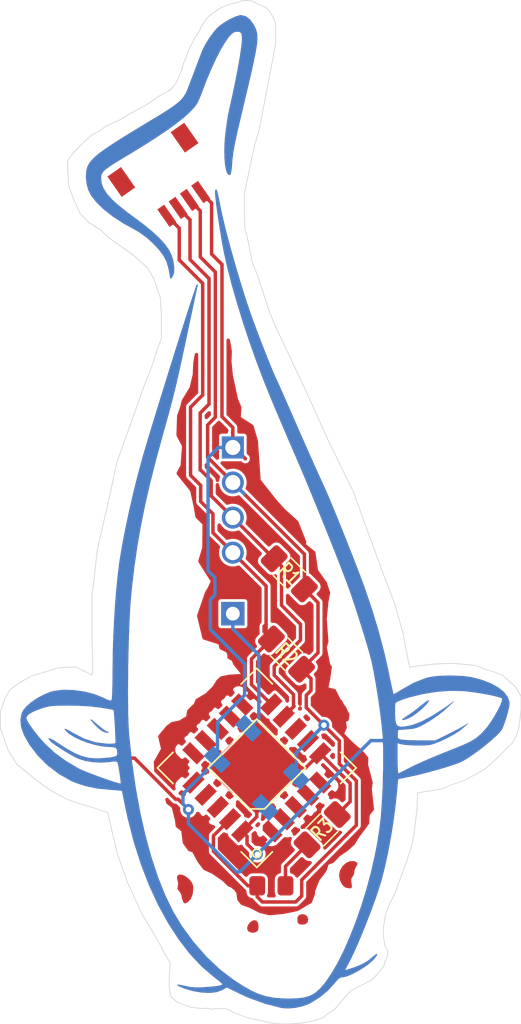
<source format=kicad_pcb>
(kicad_pcb (version 20171130) (host pcbnew "(5.0.2-5)-5")
  (layers (0 F.Cu signal) (31 B.Cu signal) (34 B.Paste user) (35 F.Paste user) (36 B.SilkS user) (37 F.SilkS user) (38 B.Mask user) (39 F.Mask user) (44 Edge.Cuts user))
  (net 0 "")
  (net 1 VCC)
  (net 2 SCL)
  (net 3 GND)
  (net 4 SDA)
  (net 5 "Net-(D1-Pad1)")
  (net 6 NEO_IN)
  (net 7 "Net-(D2-Pad2)")
  (module custom-footprints:JST_SH4_3D_connector (layer F.Cu) (at 125.72746 58.93054 215)
    (fp_text reference CONN1 hide)
    (fp_text value Adafruit_SCD-41-eagle-import_STEMMA_I2C_QT hide)
    (pad MT2 smd rect (at 2.8 1.386 305) (size 1.8 1.2) (layers F.Cu F.Paste F.Mask))
    (pad MT1 smd rect (at -2.8 1.386 305) (size 1.8 1.2) (layers F.Cu F.Paste F.Mask))
    (pad 4 smd rect (at 1.5 -2.514 305) (size 1.55 0.6) (layers F.Cu F.Paste F.Mask) (net 4 SDA))
    (pad 1 smd rect (at -1.5 -2.514 305) (size 1.55 0.6) (layers F.Cu F.Paste F.Mask) (net 3 GND))
    (pad 3 smd rect (at 0.5 -2.514 305) (size 1.55 0.6) (layers F.Cu F.Paste F.Mask) (net 2 SCL))
    (pad 2 smd rect (at -0.5 -2.514 305) (size 1.55 0.6) (layers F.Cu F.Paste F.Mask) (net 1 VCC))
  )
  (module kicad_custom_lib:tancho_out (layer F.Cu) (at 133.0198 83.2993)
    (fp_text reference J4 hide)
    (fp_text value CONN_02 hide)
    (fp_poly (pts (xy -1.356449 -35.900304) (xy -1.042276 -35.662696) (xy -0.770628 -35.284459) (xy -0.717551 -35.182256) (xy -0.636891 -35.005379) (xy -0.574662 -34.829636) (xy -0.532849 -34.640311) (xy -0.513436 -34.42269) (xy -0.518406 -34.162058) (xy -0.549744 -33.843697) (xy -0.609432 -33.452894) (xy -0.699455 -32.974933) (xy -0.821796 -32.395097) (xy -0.97844 -31.698673) (xy -1.17137 -30.870943) (xy -1.402569 -29.897194) (xy -1.465597 -29.633334) (xy -1.67234 -28.765004) (xy -1.84236 -28.041141) (xy -1.979618 -27.441843) (xy -2.088078 -26.947203) (xy -2.171705 -26.537318) (xy -2.23446 -26.192284) (xy -2.280308 -25.892195) (xy -2.313212 -25.617149) (xy -2.337136 -25.347239) (xy -2.347058 -25.206637) (xy -2.377579 -24.8681) (xy -2.417291 -24.597952) (xy -2.459414 -24.437849) (xy -2.476177 -24.413452) (xy -2.602286 -24.4112) (xy -2.709897 -24.557174) (xy -2.796542 -24.831028) (xy -2.859753 -25.212415) (xy -2.897061 -25.680988) (xy -2.905998 -26.2164) (xy -2.884097 -26.798305) (xy -2.833953 -27.362801) (xy -2.774067 -27.842383) (xy -2.705911 -28.31771) (xy -2.637818 -28.734281) (xy -2.578121 -29.037596) (xy -2.577411 -29.040667) (xy -2.368507 -29.965642) (xy -2.178827 -30.854128) (xy -2.011558 -31.688116) (xy -1.869886 -32.449597) (xy -1.756998 -33.120563) (xy -1.676081 -33.683003) (xy -1.630321 -34.118909) (xy -1.622904 -34.410272) (xy -1.624153 -34.427897) (xy -1.681977 -34.674515) (xy -1.82009 -34.787972) (xy -2.064057 -34.784177) (xy -2.161888 -34.762508) (xy -2.364577 -34.639272) (xy -2.609084 -34.369523) (xy -2.886958 -33.968447) (xy -3.189748 -33.451228) (xy -3.509004 -32.833054) (xy -3.836273 -32.12911) (xy -4.163104 -31.354583) (xy -4.403792 -30.734) (xy -4.581149 -30.263913) (xy -4.720436 -29.917664) (xy -4.842002 -29.660153) (xy -4.9662 -29.456282) (xy -5.113379 -29.270953) (xy -5.303892 -29.069066) (xy -5.459261 -28.913667) (xy -5.894532 -28.523101) (xy -6.477328 -28.068119) (xy -7.200652 -27.553562) (xy -8.057507 -26.98427) (xy -9.040895 -26.365083) (xy -9.863667 -25.867043) (xy -10.456084 -25.511783) (xy -10.917977 -25.227219) (xy -11.265484 -24.99941) (xy -11.514744 -24.814412) (xy -11.681895 -24.658282) (xy -11.783076 -24.517079) (xy -11.834425 -24.376861) (xy -11.852081 -24.223683) (xy -11.853334 -24.148122) (xy -11.808083 -23.784765) (xy -11.665408 -23.418586) (xy -11.414927 -23.03719) (xy -11.046259 -22.628178) (xy -10.54902 -22.179155) (xy -9.912829 -21.677724) (xy -9.578127 -21.43145) (xy -8.794271 -20.847038) (xy -8.150063 -20.325361) (xy -7.633788 -19.853245) (xy -7.233726 -19.417516) (xy -6.938162 -19.005) (xy -6.735378 -18.602523) (xy -6.613656 -18.196911) (xy -6.591299 -18.073313) (xy -6.542945 -17.658705) (xy -6.553089 -17.358191) (xy -6.626994 -17.125119) (xy -6.714065 -16.984465) (xy -6.785127 -16.905043) (xy -6.828697 -16.930225) (xy -6.86111 -17.085) (xy -6.880689 -17.239385) (xy -6.939925 -17.556117) (xy -7.039854 -17.928111) (xy -7.118063 -18.16192) (xy -7.324902 -18.559172) (xy -7.65173 -18.996586) (xy -8.065731 -19.441359) (xy -8.534086 -19.860688) (xy -9.02398 -20.22177) (xy -9.398 -20.440888) (xy -10.256302 -20.916646) (xy -11.016499 -21.414298) (xy -11.664729 -21.92201) (xy -12.187132 -22.42795) (xy -12.569848 -22.920286) (xy -12.777489 -23.325915) (xy -12.903267 -23.797798) (xy -12.949472 -24.291096) (xy -12.913788 -24.743644) (xy -12.839831 -25.000553) (xy -12.74714 -25.187592) (xy -12.620222 -25.375248) (xy -12.447535 -25.571942) (xy -12.217532 -25.786096) (xy -11.918669 -26.02613) (xy -11.539402 -26.300466) (xy -11.068185 -26.617525) (xy -10.493475 -26.985728) (xy -9.803727 -27.413497) (xy -8.987396 -27.909252) (xy -8.226122 -28.366032) (xy -7.575484 -28.759249) (xy -7.055147 -29.085502) (xy -6.646877 -29.359131) (xy -6.332438 -29.594475) (xy -6.093596 -29.805876) (xy -5.912114 -30.007672) (xy -5.769757 -30.214205) (xy -5.686971 -30.362786) (xy -5.627139 -30.499853) (xy -5.520602 -30.765133) (xy -5.379327 -31.127994) (xy -5.215283 -31.557807) (xy -5.091564 -31.886786) (xy -4.916541 -32.352614) (xy -4.754201 -32.780179) (xy -4.617101 -33.13675) (xy -4.517797 -33.389591) (xy -4.478225 -33.485667) (xy -4.259672 -33.908592) (xy -3.96567 -34.373272) (xy -3.645055 -34.806453) (xy -3.441583 -35.04058) (xy -3.181044 -35.267279) (xy -2.840971 -35.498693) (xy -2.467906 -35.709695) (xy -2.108395 -35.875161) (xy -1.808981 -35.969965) (xy -1.695722 -35.983017) (xy -1.356449 -35.900304)) (layer B.Cu) (width 0.01))
    (fp_poly (pts (xy -12.544111 15.047189) (xy -12.367945 15.184989) (xy -12.183552 15.343019) (xy -11.904954 15.575298) (xy -11.649899 15.768726) (xy -11.462139 15.890698) (xy -11.423816 15.909152) (xy -11.293408 15.96833) (xy -11.315434 15.990793) (xy -11.387667 15.994058) (xy -11.601907 15.955377) (xy -11.726334 15.903426) (xy -11.994761 15.711441) (xy -12.28773 15.435015) (xy -12.541868 15.13443) (xy -12.557307 15.113) (xy -12.605933 15.023991) (xy -12.544111 15.047189)) (layer B.Cu) (width 0.01))
    (fp_poly (pts (xy 11.938 13.653229) (xy 11.874547 13.784965) (xy 11.706407 13.984152) (xy 11.466909 14.22013) (xy 11.189382 14.462241) (xy 10.907153 14.679826) (xy 10.653551 14.842224) (xy 10.634223 14.852585) (xy 10.331296 14.995698) (xy 10.110921 15.067253) (xy 9.999238 15.059753) (xy 9.990666 15.037159) (xy 10.056125 14.977938) (xy 10.226684 14.856973) (xy 10.435166 14.719988) (xy 10.727976 14.518455) (xy 11.073829 14.259213) (xy 11.399407 13.99728) (xy 11.408833 13.989333) (xy 11.649624 13.798157) (xy 11.833079 13.675776) (xy 11.929952 13.640765) (xy 11.938 13.653229)) (layer B.Cu) (width 0.01))
    (fp_poly (pts (xy -3.486168 -23.346364) (xy -3.452349 -23.289772) (xy -3.41138 -23.158432) (xy -3.357375 -22.931846) (xy -3.284444 -22.58952) (xy -3.186701 -22.110955) (xy -3.132711 -21.844) (xy -2.994462 -21.216059) (xy -2.80968 -20.461134) (xy -2.587772 -19.612072) (xy -2.338142 -18.701717) (xy -2.070195 -17.762913) (xy -1.793338 -16.828505) (xy -1.516975 -15.931338) (xy -1.250513 -15.104257) (xy -1.003356 -14.380105) (xy -0.962762 -14.266334) (xy -0.738897 -13.653105) (xy -0.4945 -12.999872) (xy -0.240029 -12.333161) (xy 0.014059 -11.679499) (xy 0.257306 -11.065415) (xy 0.479257 -10.517436) (xy 0.669453 -10.062088) (xy 0.817438 -9.725901) (xy 0.872891 -9.609667) (xy 0.953148 -9.439349) (xy 1.089396 -9.139142) (xy 1.270287 -8.734529) (xy 1.484476 -8.250989) (xy 1.720615 -7.714004) (xy 1.909738 -7.281334) (xy 2.481503 -5.974992) (xy 3.026603 -4.739941) (xy 3.535567 -3.597444) (xy 3.998922 -2.568766) (xy 4.407193 -1.675171) (xy 4.410164 -1.668727) (xy 4.570517 -1.307623) (xy 4.780829 -0.813739) (xy 5.030899 -0.212582) (xy 5.310526 0.470342) (xy 5.60951 1.209526) (xy 5.917651 1.979464) (xy 6.224747 2.754649) (xy 6.5206 3.509574) (xy 6.795007 4.218733) (xy 7.037769 4.856618) (xy 7.238686 5.397724) (xy 7.26421 5.467936) (xy 7.810566 7.069024) (xy 8.30055 8.69287) (xy 8.717711 10.282164) (xy 8.975586 11.43) (xy 9.083753 11.948931) (xy 9.18165 12.409079) (xy 9.263816 12.785542) (xy 9.32479 13.053423) (xy 9.359112 13.18782) (xy 9.363424 13.198421) (xy 9.442897 13.171615) (xy 9.626122 13.070839) (xy 9.876323 12.916606) (xy 9.924643 12.885395) (xy 10.82425 12.377843) (xy 11.710688 12.034843) (xy 11.892288 11.984323) (xy 12.282529 11.915424) (xy 12.789526 11.872344) (xy 13.362662 11.855214) (xy 13.951319 11.864166) (xy 14.504881 11.899331) (xy 14.972729 11.960839) (xy 15.050767 11.976147) (xy 15.795307 12.172709) (xy 16.441774 12.424116) (xy 16.976562 12.720888) (xy 17.386061 13.053545) (xy 17.656663 13.412606) (xy 17.77476 13.788591) (xy 17.778919 13.876687) (xy 17.748971 14.117986) (xy 17.670689 14.463267) (xy 17.559585 14.85968) (xy 17.431173 15.254371) (xy 17.300965 15.59449) (xy 17.229608 15.748112) (xy 17.081156 15.948279) (xy 16.818022 16.217581) (xy 16.468115 16.53382) (xy 16.059341 16.874797) (xy 15.61961 17.218313) (xy 15.176828 17.542169) (xy 14.758904 17.824167) (xy 14.393746 18.042108) (xy 14.258953 18.111052) (xy 13.988995 18.220367) (xy 13.589034 18.357435) (xy 13.094119 18.51216) (xy 12.539296 18.674448) (xy 11.959615 18.834204) (xy 11.390122 18.981336) (xy 10.865864 19.105746) (xy 10.625666 19.157512) (xy 9.694333 19.349407) (xy 9.633952 20.067536) (xy 9.521692 21.175702) (xy 9.369795 22.331153) (xy 9.185443 23.493185) (xy 8.975818 24.621088) (xy 8.748102 25.674156) (xy 8.509478 26.611682) (xy 8.431681 26.881666) (xy 8.239691 27.486525) (xy 8.001019 28.176282) (xy 7.728283 28.919361) (xy 7.4341 29.684186) (xy 7.13109 30.439182) (xy 6.83187 31.15277) (xy 6.549059 31.793377) (xy 6.295275 32.329425) (xy 6.122517 32.660166) (xy 5.983415 32.917743) (xy 5.890391 33.106011) (xy 5.861417 33.188317) (xy 5.863063 33.189333) (xy 5.955541 33.165041) (xy 6.163685 33.101362) (xy 6.44185 33.012271) (xy 7.020429 32.789232) (xy 7.485018 32.526078) (xy 7.851564 32.229324) (xy 8.053534 32.061495) (xy 8.159516 32.014581) (xy 8.170941 32.070991) (xy 8.08924 32.213136) (xy 7.915841 32.423425) (xy 7.828307 32.515409) (xy 7.547932 32.758516) (xy 7.187306 33.012407) (xy 6.786564 33.254947) (xy 6.385843 33.463999) (xy 6.025277 33.617427) (xy 5.745003 33.693094) (xy 5.685356 33.697333) (xy 5.525303 33.721742) (xy 5.374641 33.81447) (xy 5.194823 34.004767) (xy 5.063805 34.169014) (xy 4.602446 34.669743) (xy 4.031221 35.140744) (xy 3.4088 35.535869) (xy 3.175 35.654669) (xy 2.744221 35.808618) (xy 2.241837 35.913623) (xy 1.738958 35.959436) (xy 1.306697 35.935807) (xy 1.27 35.929212) (xy 0.067723 35.627204) (xy -1.116433 35.200672) (xy -1.681977 34.946176) (xy -2.728953 34.439178) (xy -3.078977 34.637459) (xy -3.467181 34.776831) (xy -3.966364 34.832916) (xy -4.54155 34.808279) (xy -5.157761 34.705485) (xy -5.780023 34.5271) (xy -6.062858 34.418616) (xy -6.272826 34.316945) (xy -6.32911 34.256645) (xy -6.242926 34.240589) (xy -6.025488 34.271651) (xy -5.745533 34.337326) (xy -5.402387 34.409973) (xy -5.046716 34.442697) (xy -4.616609 34.439461) (xy -4.360334 34.425975) (xy -3.808896 34.385125) (xy -3.415452 34.340471) (xy -3.168672 34.290122) (xy -3.057228 34.23219) (xy -3.048 34.207104) (xy -3.111409 34.1311) (xy -3.280364 33.983467) (xy -3.522957 33.791474) (xy -3.6195 33.718735) (xy -4.528717 32.94849) (xy -5.400035 32.023664) (xy -6.227187 30.95603) (xy -7.003905 29.757358) (xy -7.723922 28.439421) (xy -8.380969 27.01399) (xy -8.968779 25.492838) (xy -9.481083 23.887737) (xy -9.911615 22.210458) (xy -10.025451 21.68749) (xy -10.12383 21.214596) (xy -10.208931 20.802676) (xy -10.275198 20.478866) (xy -10.317071 20.270305) (xy -10.329334 20.203807) (xy -10.407849 20.187339) (xy -10.619273 20.165231) (xy -10.927425 20.140892) (xy -11.156742 20.125838) (xy -12.126726 20.028123) (xy -12.974757 19.856807) (xy -13.734887 19.604134) (xy -14.043792 19.468258) (xy -14.91683 18.973866) (xy -15.725651 18.356996) (xy -16.443421 17.643851) (xy -17.043304 16.860638) (xy -17.447535 16.144515) (xy -17.64452 15.585904) (xy -17.697776 15.059922) (xy -17.673373 14.934018) (xy -17.272 14.934018) (xy -17.21782 15.095881) (xy -17.06905 15.353386) (xy -16.846347 15.678107) (xy -16.570366 16.041621) (xy -16.261764 16.415504) (xy -15.941196 16.771332) (xy -15.922566 16.790927) (xy -15.228488 17.430078) (xy -14.413715 18.029284) (xy -13.526815 18.553451) (xy -13.377334 18.630081) (xy -13.150154 18.732881) (xy -12.827372 18.864331) (xy -12.439356 19.013646) (xy -12.016475 19.170042) (xy -11.589095 19.322733) (xy -11.187585 19.460936) (xy -10.842312 19.573866) (xy -10.583645 19.650738) (xy -10.441951 19.680767) (xy -10.425706 19.678297) (xy -10.423468 19.58856) (xy -10.443805 19.371665) (xy -10.482614 19.06767) (xy -10.502034 18.933057) (xy -10.557279 18.594572) (xy -10.611557 18.317272) (xy -10.655661 18.146507) (xy -10.667026 18.120243) (xy -10.758779 18.073853) (xy -10.964802 18.073805) (xy -11.280909 18.115137) (xy -11.817711 18.154524) (xy -12.410866 18.122997) (xy -12.990282 18.028583) (xy -13.485863 17.879312) (xy -13.540391 17.856333) (xy -13.807956 17.723143) (xy -14.146626 17.532414) (xy -14.517802 17.308539) (xy -14.882884 17.075905) (xy -15.203273 16.858904) (xy -15.44037 16.681924) (xy -15.535305 16.595803) (xy -15.651854 16.442167) (xy -15.640528 16.385347) (xy -15.510636 16.422885) (xy -15.271486 16.552325) (xy -14.971719 16.744563) (xy -14.334799 17.155175) (xy -13.787901 17.460324) (xy -13.298105 17.670987) (xy -12.832485 17.798139) (xy -12.358121 17.852758) (xy -11.842088 17.84582) (xy -11.699567 17.835496) (xy -11.261867 17.794382) (xy -10.966655 17.749928) (xy -10.78719 17.692938) (xy -10.696729 17.614213) (xy -10.668528 17.504557) (xy -10.668 17.480716) (xy -10.688144 17.236145) (xy -10.772017 17.095946) (xy -10.954782 17.032458) (xy -11.256182 17.018) (xy -11.739385 16.98054) (xy -12.268205 16.876991) (xy -12.809093 16.720599) (xy -13.328497 16.524608) (xy -13.792866 16.302264) (xy -14.168648 16.066812) (xy -14.422293 15.831499) (xy -14.4793 15.745572) (xy -14.465376 15.700076) (xy -14.320338 15.754958) (xy -14.042519 15.910942) (xy -13.900347 15.997769) (xy -13.073693 16.426758) (xy -12.243858 16.691839) (xy -11.45834 16.789558) (xy -11.154727 16.792162) (xy -10.923403 16.783308) (xy -10.810794 16.764899) (xy -10.808143 16.762913) (xy -10.800047 16.670568) (xy -10.802739 16.446784) (xy -10.814097 16.128964) (xy -10.831996 15.754512) (xy -10.854314 15.360828) (xy -10.878927 14.985315) (xy -10.903712 14.665377) (xy -10.926547 14.438414) (xy -10.945308 14.34183) (xy -10.945595 14.341516) (xy -11.033861 14.319171) (xy -11.254648 14.277159) (xy -11.573148 14.221806) (xy -11.898466 14.168386) (xy -12.67438 14.076931) (xy -13.583079 14.027957) (xy -14.181667 14.01982) (xy -14.705915 14.022) (xy -15.100239 14.031328) (xy -15.404028 14.052293) (xy -15.65667 14.089383) (xy -15.897553 14.147087) (xy -16.166067 14.229895) (xy -16.240218 14.254409) (xy -16.73979 14.446435) (xy -17.073651 14.63544) (xy -17.245337 14.823754) (xy -17.272 14.934018) (xy -17.673373 14.934018) (xy -17.606383 14.588398) (xy -17.520709 14.404861) (xy -17.280429 14.099823) (xy -16.916921 13.783305) (xy -16.471958 13.481887) (xy -15.987313 13.222149) (xy -15.504758 13.030673) (xy -15.257 12.964431) (xy -14.596168 12.886653) (xy -13.856031 12.903677) (xy -13.092075 13.007813) (xy -12.359785 13.191367) (xy -11.714649 13.446649) (xy -11.690218 13.458861) (xy -11.394754 13.59928) (xy -11.212464 13.659964) (xy -11.111811 13.649112) (xy -11.08088 13.617317) (xy -11.061812 13.505407) (xy -11.044559 13.247515) (xy -11.029834 12.866988) (xy -11.01835 12.387173) (xy -11.010821 11.831418) (xy -11.007964 11.230952) (xy -10.995457 10.174483) (xy -10.960706 9.053266) (xy -10.906129 7.903804) (xy -10.834146 6.762601) (xy -10.747178 5.666161) (xy -10.647644 4.650986) (xy -10.537964 3.753581) (xy -10.490754 3.429) (xy -10.304753 2.330967) (xy -10.069226 1.119402) (xy -9.79443 -0.160801) (xy -9.490619 -1.464744) (xy -9.168051 -2.747531) (xy -8.836981 -3.964266) (xy -8.672702 -4.529667) (xy -8.458429 -5.24489) (xy -8.220483 -6.030605) (xy -7.963419 -6.872376) (xy -7.691794 -7.755768) (xy -7.410166 -8.666343) (xy -7.123089 -9.589666) (xy -6.83512 -10.5113) (xy -6.550816 -11.41681) (xy -6.274733 -12.29176) (xy -6.011427 -13.121712) (xy -5.765455 -13.892232) (xy -5.541373 -14.588882) (xy -5.343737 -15.197227) (xy -5.177104 -15.702831) (xy -5.04603 -16.091257) (xy -4.955071 -16.34807) (xy -4.908784 -16.458833) (xy -4.906842 -16.461268) (xy -4.847474 -16.486162) (xy -4.854982 -16.367339) (xy -4.860626 -16.340667) (xy -4.887943 -16.213932) (xy -4.946523 -15.940248) (xy -5.032381 -15.538292) (xy -5.141534 -15.026741) (xy -5.269997 -14.424269) (xy -5.413786 -13.749555) (xy -5.568916 -13.021273) (xy -5.637327 -12.7) (xy -5.839573 -11.752519) (xy -6.014001 -10.943166) (xy -6.16735 -10.244297) (xy -6.30636 -9.628272) (xy -6.437771 -9.067448) (xy -6.568321 -8.534184) (xy -6.70475 -8.000836) (xy -6.853798 -7.439764) (xy -7.022204 -6.823324) (xy -7.216708 -6.123875) (xy -7.399899 -5.470786) (xy -7.884256 -3.694687) (xy -8.30248 -2.041917) (xy -8.660491 -0.48257) (xy -8.964213 1.013264) (xy -9.219567 2.475492) (xy -9.432473 3.934023) (xy -9.608855 5.418764) (xy -9.664898 5.969) (xy -9.716911 6.599271) (xy -9.763386 7.353323) (xy -9.803909 8.205018) (xy -9.838065 9.128217) (xy -9.86544 10.096782) (xy -9.885619 11.084574) (xy -9.898187 12.065454) (xy -9.902729 13.013284) (xy -9.898832 13.901926) (xy -9.886079 14.705241) (xy -9.864058 15.39709) (xy -9.832352 15.951335) (xy -9.824728 16.044333) (xy -9.616912 18.023096) (xy -9.348012 19.918292) (xy -9.020824 21.71972) (xy -8.638144 23.417178) (xy -8.202768 25.000464) (xy -7.717492 26.459377) (xy -7.185112 27.783714) (xy -6.608423 28.963275) (xy -6.01244 29.954859) (xy -5.13761 31.149397) (xy -4.204302 32.214784) (xy -3.225179 33.137763) (xy -2.286 33.855739) (xy -1.599858 34.304465) (xy -0.99994 34.648936) (xy -0.450018 34.901852) (xy 0.086135 35.075915) (xy 0.64475 35.183825) (xy 1.262054 35.238283) (xy 1.693333 35.250814) (xy 2.335545 35.239857) (xy 2.862767 35.177984) (xy 3.304612 35.048112) (xy 3.690688 34.833159) (xy 4.050608 34.51604) (xy 4.41398 34.079673) (xy 4.810417 33.506974) (xy 4.867131 33.419757) (xy 5.304825 32.674292) (xy 5.749479 31.7881) (xy 6.190378 30.788862) (xy 6.616806 29.70426) (xy 7.018047 28.561974) (xy 7.383386 27.389686) (xy 7.702108 26.215076) (xy 7.780627 25.893366) (xy 8.008667 24.881554) (xy 8.191852 23.938572) (xy 8.335217 23.023104) (xy 8.443793 22.093833) (xy 8.522615 21.109442) (xy 8.576715 20.028615) (xy 8.60398 19.134666) (xy 8.619966 18.340743) (xy 8.625519 17.679238) (xy 8.619748 17.113504) (xy 8.601762 16.606894) (xy 8.57067 16.122762) (xy 8.525582 15.624462) (xy 8.516526 15.536333) (xy 8.404845 14.588223) (xy 8.395985 14.524876) (xy 9.468225 14.524876) (xy 9.471116 14.645615) (xy 9.495184 15.063845) (xy 9.550458 15.338398) (xy 9.658157 15.494636) (xy 9.839499 15.557923) (xy 10.115704 15.55362) (xy 10.221707 15.542775) (xy 10.786197 15.418208) (xy 11.43316 15.16126) (xy 12.166691 14.769904) (xy 12.990887 14.242111) (xy 13.335 14.000847) (xy 13.758333 13.697561) (xy 13.237195 14.205116) (xy 12.932685 14.470549) (xy 12.539841 14.769443) (xy 12.120198 15.056432) (xy 11.886735 15.200753) (xy 11.512982 15.416431) (xy 11.234447 15.559988) (xy 11.002566 15.648742) (xy 10.768773 15.700015) (xy 10.484503 15.731127) (xy 10.375873 15.739584) (xy 9.694333 15.790333) (xy 9.668225 16.10498) (xy 9.665603 16.317884) (xy 9.727759 16.424995) (xy 9.879892 16.484657) (xy 10.051982 16.509053) (xy 10.353387 16.529486) (xy 10.744101 16.544036) (xy 11.184117 16.550779) (xy 11.260666 16.55101) (xy 12.403666 16.552333) (xy 13.208 16.157361) (xy 13.592346 15.964936) (xy 13.964774 15.772142) (xy 14.270451 15.60764) (xy 14.393333 15.537794) (xy 14.774333 15.3132) (xy 14.395107 15.665146) (xy 14.099397 15.893076) (xy 13.6921 16.145374) (xy 13.223362 16.396236) (xy 12.743328 16.619862) (xy 12.302143 16.790448) (xy 12.081937 16.855383) (xy 11.808491 16.894017) (xy 11.423735 16.912399) (xy 10.982398 16.911822) (xy 10.539209 16.893578) (xy 10.148896 16.858962) (xy 9.866187 16.809265) (xy 9.8425 16.802474) (xy 9.652 16.74425) (xy 9.652 17.861847) (xy 9.656489 18.27149) (xy 9.668787 18.60922) (xy 9.687135 18.844915) (xy 9.709777 18.948452) (xy 9.7155 18.950364) (xy 9.812003 18.90231) (xy 10.026823 18.793437) (xy 10.3276 18.640194) (xy 10.661688 18.469415) (xy 11.029929 18.291215) (xy 11.512568 18.072777) (xy 12.065434 17.833269) (xy 12.644354 17.591859) (xy 13.159355 17.385593) (xy 13.808719 17.12906) (xy 14.323698 16.917404) (xy 14.728738 16.736791) (xy 15.048284 16.573388) (xy 15.306782 16.413359) (xy 15.528676 16.242873) (xy 15.738411 16.048093) (xy 15.960434 15.815188) (xy 15.988672 15.784447) (xy 16.216854 15.505777) (xy 16.458784 15.161148) (xy 16.696731 14.782434) (xy 16.91296 14.401505) (xy 17.089738 14.050236) (xy 17.209331 13.760498) (xy 17.254006 13.564164) (xy 17.247878 13.521262) (xy 17.149179 13.460934) (xy 16.912419 13.386221) (xy 16.567661 13.30293) (xy 16.144969 13.216871) (xy 15.674406 13.13385) (xy 15.186035 13.059676) (xy 14.709921 13.000157) (xy 14.393333 12.96978) (xy 13.484645 12.950741) (xy 12.495365 13.026322) (xy 11.480223 13.189349) (xy 10.49395 13.432649) (xy 10.22438 13.516144) (xy 9.911512 13.626986) (xy 9.663275 13.7318) (xy 9.522714 13.8119) (xy 9.508863 13.826775) (xy 9.483818 13.951765) (xy 9.469564 14.199816) (xy 9.468225 14.524876) (xy 8.395985 14.524876) (xy 8.26232 13.569208) (xy 8.098867 12.542296) (xy 7.924401 11.570496) (xy 7.781725 10.866573) (xy 7.699796 10.533135) (xy 7.571495 10.068236) (xy 7.405717 9.500475) (xy 7.211362 8.858451) (xy 6.997325 8.170763) (xy 6.772505 7.466008) (xy 6.545799 6.772785) (xy 6.326105 6.119694) (xy 6.12845 5.552527) (xy 5.952468 5.072766) (xy 5.719935 4.460592) (xy 5.440331 3.739517) (xy 5.123138 2.933056) (xy 4.777838 2.064723) (xy 4.413913 1.15803) (xy 4.040844 0.236492) (xy 3.668112 -0.676378) (xy 3.305199 -1.557066) (xy 2.961588 -2.382058) (xy 2.646758 -3.12784) (xy 2.370192 -3.7709) (xy 2.353147 -3.81) (xy 2.028483 -4.55824) (xy 1.665106 -5.402794) (xy 1.286145 -6.28944) (xy 0.914728 -7.16396) (xy 0.573982 -7.972134) (xy 0.38464 -8.424809) (xy -0.13711 -9.721987) (xy -0.643998 -11.068677) (xy -1.128123 -12.439434) (xy -1.581587 -13.808814) (xy -1.99649 -15.151374) (xy -2.364932 -16.44167) (xy -2.679013 -17.654259) (xy -2.930833 -18.763695) (xy -3.093466 -19.627256) (xy -3.252864 -20.609743) (xy -3.381052 -21.446576) (xy -3.477575 -22.134132) (xy -3.541981 -22.668789) (xy -3.573815 -23.046924) (xy -3.572623 -23.264916) (xy -3.555909 -23.317292) (xy -3.518726 -23.348706) (xy -3.486168 -23.346364)) (layer B.Cu) (width 0.01))
    (fp_poly (pts (xy 11.938 13.653229) (xy 11.874547 13.784965) (xy 11.706407 13.984152) (xy 11.466909 14.22013) (xy 11.189382 14.462241) (xy 10.907153 14.679826) (xy 10.653551 14.842224) (xy 10.634223 14.852585) (xy 10.331296 14.995698) (xy 10.110921 15.067253) (xy 9.999238 15.059753) (xy 9.990666 15.037159) (xy 10.056125 14.977938) (xy 10.226684 14.856973) (xy 10.435166 14.719988) (xy 10.727976 14.518455) (xy 11.073829 14.259213) (xy 11.399407 13.99728) (xy 11.408833 13.989333) (xy 11.649624 13.798157) (xy 11.833079 13.675776) (xy 11.929952 13.640765) (xy 11.938 13.653229)) (layer F.Cu) (width 0.01))
    (fp_poly (pts (xy -12.544111 15.047189) (xy -12.367945 15.184989) (xy -12.183552 15.343019) (xy -11.904954 15.575298) (xy -11.649899 15.768726) (xy -11.462139 15.890698) (xy -11.423816 15.909152) (xy -11.293408 15.96833) (xy -11.315434 15.990793) (xy -11.387667 15.994058) (xy -11.601907 15.955377) (xy -11.726334 15.903426) (xy -11.994761 15.711441) (xy -12.28773 15.435015) (xy -12.541868 15.13443) (xy -12.557307 15.113) (xy -12.605933 15.023991) (xy -12.544111 15.047189)) (layer F.Cu) (width 0.01))
    (fp_poly (pts (xy -1.356449 -35.900304) (xy -1.042276 -35.662696) (xy -0.770628 -35.284459) (xy -0.717551 -35.182256) (xy -0.636891 -35.005379) (xy -0.574662 -34.829636) (xy -0.532849 -34.640311) (xy -0.513436 -34.42269) (xy -0.518406 -34.162058) (xy -0.549744 -33.843697) (xy -0.609432 -33.452894) (xy -0.699455 -32.974933) (xy -0.821796 -32.395097) (xy -0.97844 -31.698673) (xy -1.17137 -30.870943) (xy -1.402569 -29.897194) (xy -1.465597 -29.633334) (xy -1.67234 -28.765004) (xy -1.84236 -28.041141) (xy -1.979618 -27.441843) (xy -2.088078 -26.947203) (xy -2.171705 -26.537318) (xy -2.23446 -26.192284) (xy -2.280308 -25.892195) (xy -2.313212 -25.617149) (xy -2.337136 -25.347239) (xy -2.347058 -25.206637) (xy -2.377579 -24.8681) (xy -2.417291 -24.597952) (xy -2.459414 -24.437849) (xy -2.476177 -24.413452) (xy -2.602286 -24.4112) (xy -2.709897 -24.557174) (xy -2.796542 -24.831028) (xy -2.859753 -25.212415) (xy -2.897061 -25.680988) (xy -2.905998 -26.2164) (xy -2.884097 -26.798305) (xy -2.833953 -27.362801) (xy -2.774067 -27.842383) (xy -2.705911 -28.31771) (xy -2.637818 -28.734281) (xy -2.578121 -29.037596) (xy -2.577411 -29.040667) (xy -2.368507 -29.965642) (xy -2.178827 -30.854128) (xy -2.011558 -31.688116) (xy -1.869886 -32.449597) (xy -1.756998 -33.120563) (xy -1.676081 -33.683003) (xy -1.630321 -34.118909) (xy -1.622904 -34.410272) (xy -1.624153 -34.427897) (xy -1.681977 -34.674515) (xy -1.82009 -34.787972) (xy -2.064057 -34.784177) (xy -2.161888 -34.762508) (xy -2.364577 -34.639272) (xy -2.609084 -34.369523) (xy -2.886958 -33.968447) (xy -3.189748 -33.451228) (xy -3.509004 -32.833054) (xy -3.836273 -32.12911) (xy -4.163104 -31.354583) (xy -4.403792 -30.734) (xy -4.581149 -30.263913) (xy -4.720436 -29.917664) (xy -4.842002 -29.660153) (xy -4.9662 -29.456282) (xy -5.113379 -29.270953) (xy -5.303892 -29.069066) (xy -5.459261 -28.913667) (xy -5.894532 -28.523101) (xy -6.477328 -28.068119) (xy -7.200652 -27.553562) (xy -8.057507 -26.98427) (xy -9.040895 -26.365083) (xy -9.863667 -25.867043) (xy -10.456084 -25.511783) (xy -10.917977 -25.227219) (xy -11.265484 -24.99941) (xy -11.514744 -24.814412) (xy -11.681895 -24.658282) (xy -11.783076 -24.517079) (xy -11.834425 -24.376861) (xy -11.852081 -24.223683) (xy -11.853334 -24.148122) (xy -11.808083 -23.784765) (xy -11.665408 -23.418586) (xy -11.414927 -23.03719) (xy -11.046259 -22.628178) (xy -10.54902 -22.179155) (xy -9.912829 -21.677724) (xy -9.578127 -21.43145) (xy -8.794271 -20.847038) (xy -8.150063 -20.325361) (xy -7.633788 -19.853245) (xy -7.233726 -19.417516) (xy -6.938162 -19.005) (xy -6.735378 -18.602523) (xy -6.613656 -18.196911) (xy -6.591299 -18.073313) (xy -6.542945 -17.658705) (xy -6.553089 -17.358191) (xy -6.626994 -17.125119) (xy -6.714065 -16.984465) (xy -6.785127 -16.905043) (xy -6.828697 -16.930225) (xy -6.86111 -17.085) (xy -6.880689 -17.239385) (xy -6.939925 -17.556117) (xy -7.039854 -17.928111) (xy -7.118063 -18.16192) (xy -7.324902 -18.559172) (xy -7.65173 -18.996586) (xy -8.065731 -19.441359) (xy -8.534086 -19.860688) (xy -9.02398 -20.22177) (xy -9.398 -20.440888) (xy -10.256302 -20.916646) (xy -11.016499 -21.414298) (xy -11.664729 -21.92201) (xy -12.187132 -22.42795) (xy -12.569848 -22.920286) (xy -12.777489 -23.325915) (xy -12.903267 -23.797798) (xy -12.949472 -24.291096) (xy -12.913788 -24.743644) (xy -12.839831 -25.000553) (xy -12.74714 -25.187592) (xy -12.620222 -25.375248) (xy -12.447535 -25.571942) (xy -12.217532 -25.786096) (xy -11.918669 -26.02613) (xy -11.539402 -26.300466) (xy -11.068185 -26.617525) (xy -10.493475 -26.985728) (xy -9.803727 -27.413497) (xy -8.987396 -27.909252) (xy -8.226122 -28.366032) (xy -7.575484 -28.759249) (xy -7.055147 -29.085502) (xy -6.646877 -29.359131) (xy -6.332438 -29.594475) (xy -6.093596 -29.805876) (xy -5.912114 -30.007672) (xy -5.769757 -30.214205) (xy -5.686971 -30.362786) (xy -5.627139 -30.499853) (xy -5.520602 -30.765133) (xy -5.379327 -31.127994) (xy -5.215283 -31.557807) (xy -5.091564 -31.886786) (xy -4.916541 -32.352614) (xy -4.754201 -32.780179) (xy -4.617101 -33.13675) (xy -4.517797 -33.389591) (xy -4.478225 -33.485667) (xy -4.259672 -33.908592) (xy -3.96567 -34.373272) (xy -3.645055 -34.806453) (xy -3.441583 -35.04058) (xy -3.181044 -35.267279) (xy -2.840971 -35.498693) (xy -2.467906 -35.709695) (xy -2.108395 -35.875161) (xy -1.808981 -35.969965) (xy -1.695722 -35.983017) (xy -1.356449 -35.900304)) (layer F.Cu) (width 0.01))
    (fp_poly (pts (xy 6.557616 25.313793) (xy 6.727974 25.402348) (xy 6.753316 25.51211) (xy 6.64441 25.690331) (xy 6.64364 25.691348) (xy 6.546882 25.904341) (xy 6.519333 26.083148) (xy 6.473358 26.29439) (xy 6.389102 26.418681) (xy 6.307674 26.543033) (xy 6.296813 26.751649) (xy 6.314049 26.894715) (xy 6.341121 27.122631) (xy 6.319351 27.229145) (xy 6.230856 27.259334) (xy 6.169113 27.260092) (xy 5.942921 27.221389) (xy 5.820831 27.171217) (xy 5.632811 26.982037) (xy 5.488761 26.692206) (xy 5.420695 26.369986) (xy 5.418983 26.314371) (xy 5.484783 25.972484) (xy 5.658744 25.669566) (xy 5.906901 25.435463) (xy 6.195287 25.300023) (xy 6.489939 25.293093) (xy 6.557616 25.313793)) (layer F.Cu) (width 0.01))
    (fp_poly (pts (xy -6.004213 26.272469) (xy -5.760379 26.371201) (xy -5.510374 26.555689) (xy -5.439834 26.626194) (xy -5.258185 26.855886) (xy -5.178928 27.079399) (xy -5.164667 27.307961) (xy -5.213793 27.703196) (xy -5.347863 28.034043) (xy -5.546914 28.254333) (xy -5.583311 28.276156) (xy -5.756369 28.351604) (xy -5.851702 28.311908) (xy -5.928763 28.146154) (xy -5.991748 27.931765) (xy -6.011334 27.791778) (xy -6.066088 27.634614) (xy -6.188813 27.465662) (xy -6.307545 27.291184) (xy -6.290258 27.141234) (xy -6.285042 27.131557) (xy -6.251602 26.905757) (xy -6.290746 26.756004) (xy -6.336194 26.535789) (xy -6.320213 26.375829) (xy -6.203587 26.270382) (xy -6.004213 26.272469)) (layer F.Cu) (width 0.01))
    (fp_poly (pts (xy 2.911072 29.157609) (xy 3.094554 29.279027) (xy 3.175025 29.48819) (xy 3.129544 29.723635) (xy 3.12534 29.731688) (xy 2.967188 29.857604) (xy 2.7503 29.887333) (xy 2.540626 29.864198) (xy 2.437864 29.7707) (xy 2.405482 29.675855) (xy 2.391496 29.387536) (xy 2.505677 29.201118) (xy 2.731127 29.133923) (xy 2.911072 29.157609)) (layer F.Cu) (width 0.01))
    (fp_poly (pts (xy -0.558412 29.626628) (xy -0.45902 29.800213) (xy -0.426506 30.045869) (xy -0.464661 30.278524) (xy -0.524934 30.3784) (xy -0.71413 30.466152) (xy -0.954872 30.465282) (xy -1.157205 30.379912) (xy -1.189532 30.347941) (xy -1.253821 30.163186) (xy -1.203672 29.954493) (xy -1.072789 29.760382) (xy -0.894878 29.619375) (xy -0.703643 29.569993) (xy -0.558412 29.626628)) (layer F.Cu) (width 0.01))
    (fp_poly (pts (xy -3.486168 -23.346364) (xy -3.452349 -23.289772) (xy -3.41138 -23.158432) (xy -3.357375 -22.931846) (xy -3.284444 -22.58952) (xy -3.186701 -22.110955) (xy -3.132711 -21.844) (xy -2.994462 -21.216059) (xy -2.80968 -20.461134) (xy -2.587772 -19.612072) (xy -2.338142 -18.701717) (xy -2.070195 -17.762913) (xy -1.793338 -16.828505) (xy -1.516975 -15.931338) (xy -1.250513 -15.104257) (xy -1.003356 -14.380105) (xy -0.962762 -14.266334) (xy -0.738897 -13.653105) (xy -0.4945 -12.999872) (xy -0.240029 -12.333161) (xy 0.014059 -11.679499) (xy 0.257306 -11.065415) (xy 0.479257 -10.517436) (xy 0.669453 -10.062088) (xy 0.817438 -9.725901) (xy 0.872891 -9.609667) (xy 0.953148 -9.439349) (xy 1.089396 -9.139142) (xy 1.270287 -8.734529) (xy 1.484476 -8.250989) (xy 1.720615 -7.714004) (xy 1.909738 -7.281334) (xy 2.481503 -5.974992) (xy 3.026603 -4.739941) (xy 3.535567 -3.597444) (xy 3.998922 -2.568766) (xy 4.407193 -1.675171) (xy 4.410164 -1.668727) (xy 4.570517 -1.307623) (xy 4.780829 -0.813739) (xy 5.030899 -0.212582) (xy 5.310526 0.470342) (xy 5.60951 1.209526) (xy 5.917651 1.979464) (xy 6.224747 2.754649) (xy 6.5206 3.509574) (xy 6.795007 4.218733) (xy 7.037769 4.856618) (xy 7.238686 5.397724) (xy 7.26421 5.467936) (xy 7.810566 7.069024) (xy 8.30055 8.69287) (xy 8.717711 10.282164) (xy 8.975586 11.43) (xy 9.083753 11.948931) (xy 9.18165 12.409079) (xy 9.263816 12.785542) (xy 9.32479 13.053423) (xy 9.359112 13.18782) (xy 9.363424 13.198421) (xy 9.442897 13.171615) (xy 9.626122 13.070839) (xy 9.876323 12.916606) (xy 9.924643 12.885395) (xy 10.82425 12.377843) (xy 11.710688 12.034843) (xy 11.892288 11.984323) (xy 12.282529 11.915424) (xy 12.789526 11.872344) (xy 13.362662 11.855214) (xy 13.951319 11.864166) (xy 14.504881 11.899331) (xy 14.972729 11.960839) (xy 15.050767 11.976147) (xy 15.795307 12.172709) (xy 16.441774 12.424116) (xy 16.976562 12.720888) (xy 17.386061 13.053545) (xy 17.656663 13.412606) (xy 17.77476 13.788591) (xy 17.778919 13.876687) (xy 17.748971 14.117986) (xy 17.670689 14.463267) (xy 17.559585 14.85968) (xy 17.431173 15.254371) (xy 17.300965 15.59449) (xy 17.229608 15.748112) (xy 17.081156 15.948279) (xy 16.818022 16.217581) (xy 16.468115 16.53382) (xy 16.059341 16.874797) (xy 15.61961 17.218313) (xy 15.176828 17.542169) (xy 14.758904 17.824167) (xy 14.393746 18.042108) (xy 14.258953 18.111052) (xy 13.988995 18.220367) (xy 13.589034 18.357435) (xy 13.094119 18.51216) (xy 12.539296 18.674448) (xy 11.959615 18.834204) (xy 11.390122 18.981336) (xy 10.865864 19.105746) (xy 10.625666 19.157512) (xy 9.694333 19.349407) (xy 9.633952 20.067536) (xy 9.521692 21.175702) (xy 9.369795 22.331153) (xy 9.185443 23.493185) (xy 8.975818 24.621088) (xy 8.748102 25.674156) (xy 8.509478 26.611682) (xy 8.431681 26.881666) (xy 8.239691 27.486525) (xy 8.001019 28.176282) (xy 7.728283 28.919361) (xy 7.4341 29.684186) (xy 7.13109 30.439182) (xy 6.83187 31.15277) (xy 6.549059 31.793377) (xy 6.295275 32.329425) (xy 6.122517 32.660166) (xy 5.983415 32.917743) (xy 5.890391 33.106011) (xy 5.861417 33.188317) (xy 5.863063 33.189333) (xy 5.955541 33.165041) (xy 6.163685 33.101362) (xy 6.44185 33.012271) (xy 7.020429 32.789232) (xy 7.485018 32.526078) (xy 7.851564 32.229324) (xy 8.053534 32.061495) (xy 8.159516 32.014581) (xy 8.170941 32.070991) (xy 8.08924 32.213136) (xy 7.915841 32.423425) (xy 7.828307 32.515409) (xy 7.547932 32.758516) (xy 7.187306 33.012407) (xy 6.786564 33.254947) (xy 6.385843 33.463999) (xy 6.025277 33.617427) (xy 5.745003 33.693094) (xy 5.685356 33.697333) (xy 5.525303 33.721742) (xy 5.374641 33.81447) (xy 5.194823 34.004767) (xy 5.063805 34.169014) (xy 4.602446 34.669743) (xy 4.031221 35.140744) (xy 3.4088 35.535869) (xy 3.175 35.654669) (xy 2.744221 35.808618) (xy 2.241837 35.913623) (xy 1.738958 35.959436) (xy 1.306697 35.935807) (xy 1.27 35.929212) (xy 0.067723 35.627204) (xy -1.116433 35.200672) (xy -1.681977 34.946176) (xy -2.728953 34.439178) (xy -3.078977 34.637459) (xy -3.467181 34.776831) (xy -3.966364 34.832916) (xy -4.54155 34.808279) (xy -5.157761 34.705485) (xy -5.780023 34.5271) (xy -6.062858 34.418616) (xy -6.272826 34.316945) (xy -6.32911 34.256645) (xy -6.242926 34.240589) (xy -6.025488 34.271651) (xy -5.745533 34.337326) (xy -5.402387 34.409973) (xy -5.046716 34.442697) (xy -4.616609 34.439461) (xy -4.360334 34.425975) (xy -3.808896 34.385125) (xy -3.415452 34.340471) (xy -3.168672 34.290122) (xy -3.057228 34.23219) (xy -3.048 34.207104) (xy -3.111409 34.1311) (xy -3.280364 33.983467) (xy -3.522957 33.791474) (xy -3.6195 33.718735) (xy -4.528717 32.94849) (xy -5.400035 32.023664) (xy -6.227187 30.95603) (xy -7.003905 29.757358) (xy -7.723922 28.439421) (xy -8.380969 27.01399) (xy -8.968779 25.492838) (xy -9.481083 23.887737) (xy -9.911615 22.210458) (xy -10.025451 21.68749) (xy -10.12383 21.214596) (xy -10.208931 20.802676) (xy -10.275198 20.478866) (xy -10.317071 20.270305) (xy -10.329334 20.203807) (xy -10.407849 20.187339) (xy -10.619273 20.165231) (xy -10.927425 20.140892) (xy -11.156742 20.125838) (xy -12.126726 20.028123) (xy -12.974757 19.856807) (xy -13.734887 19.604134) (xy -14.043792 19.468258) (xy -14.91683 18.973866) (xy -15.725651 18.356996) (xy -16.443421 17.643851) (xy -17.043304 16.860638) (xy -17.447535 16.144515) (xy -17.64452 15.585904) (xy -17.697776 15.059922) (xy -17.673373 14.934018) (xy -17.272 14.934018) (xy -17.21782 15.095881) (xy -17.06905 15.353386) (xy -16.846347 15.678107) (xy -16.570366 16.041621) (xy -16.261764 16.415504) (xy -15.941196 16.771332) (xy -15.922566 16.790927) (xy -15.228488 17.430078) (xy -14.413715 18.029284) (xy -13.526815 18.553451) (xy -13.377334 18.630081) (xy -13.150154 18.732881) (xy -12.827372 18.864331) (xy -12.439356 19.013646) (xy -12.016475 19.170042) (xy -11.589095 19.322733) (xy -11.187585 19.460936) (xy -10.842312 19.573866) (xy -10.583645 19.650738) (xy -10.441951 19.680767) (xy -10.425706 19.678297) (xy -10.423468 19.58856) (xy -10.443805 19.371665) (xy -10.482614 19.06767) (xy -10.502034 18.933057) (xy -10.557279 18.594572) (xy -10.611557 18.317272) (xy -10.655661 18.146507) (xy -10.667026 18.120243) (xy -10.758779 18.073853) (xy -10.964802 18.073805) (xy -11.280909 18.115137) (xy -11.817711 18.154524) (xy -12.410866 18.122997) (xy -12.990282 18.028583) (xy -13.485863 17.879312) (xy -13.540391 17.856333) (xy -13.807956 17.723143) (xy -14.146626 17.532414) (xy -14.517802 17.308539) (xy -14.882884 17.075905) (xy -15.203273 16.858904) (xy -15.44037 16.681924) (xy -15.535305 16.595803) (xy -15.651854 16.442167) (xy -15.640528 16.385347) (xy -15.510636 16.422885) (xy -15.271486 16.552325) (xy -14.971719 16.744563) (xy -14.334799 17.155175) (xy -13.787901 17.460324) (xy -13.298105 17.670987) (xy -12.832485 17.798139) (xy -12.358121 17.852758) (xy -11.842088 17.84582) (xy -11.699567 17.835496) (xy -11.261867 17.794382) (xy -10.966655 17.749928) (xy -10.78719 17.692938) (xy -10.696729 17.614213) (xy -10.668528 17.504557) (xy -10.668 17.480716) (xy -10.688144 17.236145) (xy -10.772017 17.095946) (xy -10.954782 17.032458) (xy -11.256182 17.018) (xy -11.739385 16.98054) (xy -12.268205 16.876991) (xy -12.809093 16.720599) (xy -13.328497 16.524608) (xy -13.792866 16.302264) (xy -14.168648 16.066812) (xy -14.422293 15.831499) (xy -14.4793 15.745572) (xy -14.465376 15.700076) (xy -14.320338 15.754958) (xy -14.042519 15.910942) (xy -13.900347 15.997769) (xy -13.073693 16.426758) (xy -12.243858 16.691839) (xy -11.45834 16.789558) (xy -11.154727 16.792162) (xy -10.923403 16.783308) (xy -10.810794 16.764899) (xy -10.808143 16.762913) (xy -10.800047 16.670568) (xy -10.802739 16.446784) (xy -10.814097 16.128964) (xy -10.831996 15.754512) (xy -10.854314 15.360828) (xy -10.878927 14.985315) (xy -10.903712 14.665377) (xy -10.926547 14.438414) (xy -10.945308 14.34183) (xy -10.945595 14.341516) (xy -11.033861 14.319171) (xy -11.254648 14.277159) (xy -11.573148 14.221806) (xy -11.898466 14.168386) (xy -12.67438 14.076931) (xy -13.583079 14.027957) (xy -14.181667 14.01982) (xy -14.705915 14.022) (xy -15.100239 14.031328) (xy -15.404028 14.052293) (xy -15.65667 14.089383) (xy -15.897553 14.147087) (xy -16.166067 14.229895) (xy -16.240218 14.254409) (xy -16.73979 14.446435) (xy -17.073651 14.63544) (xy -17.245337 14.823754) (xy -17.272 14.934018) (xy -17.673373 14.934018) (xy -17.606383 14.588398) (xy -17.520709 14.404861) (xy -17.280429 14.099823) (xy -16.916921 13.783305) (xy -16.471958 13.481887) (xy -15.987313 13.222149) (xy -15.504758 13.030673) (xy -15.257 12.964431) (xy -14.596168 12.886653) (xy -13.856031 12.903677) (xy -13.092075 13.007813) (xy -12.359785 13.191367) (xy -11.714649 13.446649) (xy -11.690218 13.458861) (xy -11.394754 13.59928) (xy -11.212464 13.659964) (xy -11.111811 13.649112) (xy -11.08088 13.617317) (xy -11.061812 13.505407) (xy -11.044559 13.247515) (xy -11.029834 12.866988) (xy -11.01835 12.387173) (xy -11.010821 11.831418) (xy -11.007964 11.230952) (xy -10.995457 10.174483) (xy -10.960706 9.053266) (xy -10.906129 7.903804) (xy -10.834146 6.762601) (xy -10.747178 5.666161) (xy -10.647644 4.650986) (xy -10.537964 3.753581) (xy -10.490754 3.429) (xy -10.304753 2.330967) (xy -10.069226 1.119402) (xy -9.79443 -0.160801) (xy -9.490619 -1.464744) (xy -9.168051 -2.747531) (xy -8.836981 -3.964266) (xy -8.672702 -4.529667) (xy -8.458429 -5.24489) (xy -8.220483 -6.030605) (xy -7.963419 -6.872376) (xy -7.691794 -7.755768) (xy -7.410166 -8.666343) (xy -7.123089 -9.589666) (xy -6.83512 -10.5113) (xy -6.550816 -11.41681) (xy -6.274733 -12.29176) (xy -6.011427 -13.121712) (xy -5.765455 -13.892232) (xy -5.541373 -14.588882) (xy -5.343737 -15.197227) (xy -5.177104 -15.702831) (xy -5.04603 -16.091257) (xy -4.955071 -16.34807) (xy -4.908784 -16.458833) (xy -4.906842 -16.461268) (xy -4.847474 -16.486162) (xy -4.854982 -16.367339) (xy -4.860626 -16.340667) (xy -4.887943 -16.213932) (xy -4.946523 -15.940248) (xy -5.032381 -15.538292) (xy -5.141534 -15.026741) (xy -5.269997 -14.424269) (xy -5.413786 -13.749555) (xy -5.568916 -13.021273) (xy -5.637327 -12.7) (xy -5.839573 -11.752519) (xy -6.014001 -10.943166) (xy -6.16735 -10.244297) (xy -6.30636 -9.628272) (xy -6.437771 -9.067448) (xy -6.568321 -8.534184) (xy -6.70475 -8.000836) (xy -6.853798 -7.439764) (xy -7.022204 -6.823324) (xy -7.216708 -6.123875) (xy -7.399899 -5.470786) (xy -7.884256 -3.694687) (xy -8.30248 -2.041917) (xy -8.660491 -0.48257) (xy -8.964213 1.013264) (xy -9.219567 2.475492) (xy -9.432473 3.934023) (xy -9.608855 5.418764) (xy -9.664898 5.969) (xy -9.716911 6.599271) (xy -9.763386 7.353323) (xy -9.803909 8.205018) (xy -9.838065 9.128217) (xy -9.86544 10.096782) (xy -9.885619 11.084574) (xy -9.898187 12.065454) (xy -9.902729 13.013284) (xy -9.898832 13.901926) (xy -9.886079 14.705241) (xy -9.864058 15.39709) (xy -9.832352 15.951335) (xy -9.824728 16.044333) (xy -9.616912 18.023096) (xy -9.348012 19.918292) (xy -9.020824 21.71972) (xy -8.638144 23.417178) (xy -8.202768 25.000464) (xy -7.717492 26.459377) (xy -7.185112 27.783714) (xy -6.608423 28.963275) (xy -6.01244 29.954859) (xy -5.13761 31.149397) (xy -4.204302 32.214784) (xy -3.225179 33.137763) (xy -2.286 33.855739) (xy -1.599858 34.304465) (xy -0.99994 34.648936) (xy -0.450018 34.901852) (xy 0.086135 35.075915) (xy 0.64475 35.183825) (xy 1.262054 35.238283) (xy 1.693333 35.250814) (xy 2.335545 35.239857) (xy 2.862767 35.177984) (xy 3.304612 35.048112) (xy 3.690688 34.833159) (xy 4.050608 34.51604) (xy 4.41398 34.079673) (xy 4.810417 33.506974) (xy 4.867131 33.419757) (xy 5.304825 32.674292) (xy 5.749479 31.7881) (xy 6.190378 30.788862) (xy 6.616806 29.70426) (xy 7.018047 28.561974) (xy 7.383386 27.389686) (xy 7.702108 26.215076) (xy 7.780627 25.893366) (xy 8.008667 24.881554) (xy 8.191852 23.938572) (xy 8.335217 23.023104) (xy 8.443793 22.093833) (xy 8.522615 21.109442) (xy 8.576715 20.028615) (xy 8.60398 19.134666) (xy 8.619966 18.340743) (xy 8.625519 17.679238) (xy 8.619748 17.113504) (xy 8.601762 16.606894) (xy 8.57067 16.122762) (xy 8.525582 15.624462) (xy 8.516526 15.536333) (xy 8.404845 14.588223) (xy 8.395985 14.524876) (xy 9.468225 14.524876) (xy 9.471116 14.645615) (xy 9.495184 15.063845) (xy 9.550458 15.338398) (xy 9.658157 15.494636) (xy 9.839499 15.557923) (xy 10.115704 15.55362) (xy 10.221707 15.542775) (xy 10.786197 15.418208) (xy 11.43316 15.16126) (xy 12.166691 14.769904) (xy 12.990887 14.242111) (xy 13.335 14.000847) (xy 13.758333 13.697561) (xy 13.237195 14.205116) (xy 12.932685 14.470549) (xy 12.539841 14.769443) (xy 12.120198 15.056432) (xy 11.886735 15.200753) (xy 11.512982 15.416431) (xy 11.234447 15.559988) (xy 11.002566 15.648742) (xy 10.768773 15.700015) (xy 10.484503 15.731127) (xy 10.375873 15.739584) (xy 9.694333 15.790333) (xy 9.668225 16.10498) (xy 9.665603 16.317884) (xy 9.727759 16.424995) (xy 9.879892 16.484657) (xy 10.051982 16.509053) (xy 10.353387 16.529486) (xy 10.744101 16.544036) (xy 11.184117 16.550779) (xy 11.260666 16.55101) (xy 12.403666 16.552333) (xy 13.208 16.157361) (xy 13.592346 15.964936) (xy 13.964774 15.772142) (xy 14.270451 15.60764) (xy 14.393333 15.537794) (xy 14.774333 15.3132) (xy 14.395107 15.665146) (xy 14.099397 15.893076) (xy 13.6921 16.145374) (xy 13.223362 16.396236) (xy 12.743328 16.619862) (xy 12.302143 16.790448) (xy 12.081937 16.855383) (xy 11.808491 16.894017) (xy 11.423735 16.912399) (xy 10.982398 16.911822) (xy 10.539209 16.893578) (xy 10.148896 16.858962) (xy 9.866187 16.809265) (xy 9.8425 16.802474) (xy 9.652 16.74425) (xy 9.652 17.861847) (xy 9.656489 18.27149) (xy 9.668787 18.60922) (xy 9.687135 18.844915) (xy 9.709777 18.948452) (xy 9.7155 18.950364) (xy 9.812003 18.90231) (xy 10.026823 18.793437) (xy 10.3276 18.640194) (xy 10.661688 18.469415) (xy 11.029929 18.291215) (xy 11.512568 18.072777) (xy 12.065434 17.833269) (xy 12.644354 17.591859) (xy 13.159355 17.385593) (xy 13.808719 17.12906) (xy 14.323698 16.917404) (xy 14.728738 16.736791) (xy 15.048284 16.573388) (xy 15.306782 16.413359) (xy 15.528676 16.242873) (xy 15.738411 16.048093) (xy 15.960434 15.815188) (xy 15.988672 15.784447) (xy 16.216854 15.505777) (xy 16.458784 15.161148) (xy 16.696731 14.782434) (xy 16.91296 14.401505) (xy 17.089738 14.050236) (xy 17.209331 13.760498) (xy 17.254006 13.564164) (xy 17.247878 13.521262) (xy 17.149179 13.460934) (xy 16.912419 13.386221) (xy 16.567661 13.30293) (xy 16.144969 13.216871) (xy 15.674406 13.13385) (xy 15.186035 13.059676) (xy 14.709921 13.000157) (xy 14.393333 12.96978) (xy 13.484645 12.950741) (xy 12.495365 13.026322) (xy 11.480223 13.189349) (xy 10.49395 13.432649) (xy 10.22438 13.516144) (xy 9.911512 13.626986) (xy 9.663275 13.7318) (xy 9.522714 13.8119) (xy 9.508863 13.826775) (xy 9.483818 13.951765) (xy 9.469564 14.199816) (xy 9.468225 14.524876) (xy 8.395985 14.524876) (xy 8.26232 13.569208) (xy 8.098867 12.542296) (xy 7.924401 11.570496) (xy 7.781725 10.866573) (xy 7.699796 10.533135) (xy 7.571495 10.068236) (xy 7.405717 9.500475) (xy 7.211362 8.858451) (xy 6.997325 8.170763) (xy 6.772505 7.466008) (xy 6.545799 6.772785) (xy 6.326105 6.119694) (xy 6.12845 5.552527) (xy 5.952468 5.072766) (xy 5.719935 4.460592) (xy 5.440331 3.739517) (xy 5.123138 2.933056) (xy 4.777838 2.064723) (xy 4.413913 1.15803) (xy 4.040844 0.236492) (xy 3.668112 -0.676378) (xy 3.305199 -1.557066) (xy 2.961588 -2.382058) (xy 2.646758 -3.12784) (xy 2.370192 -3.7709) (xy 2.353147 -3.81) (xy 2.028483 -4.55824) (xy 1.665106 -5.402794) (xy 1.286145 -6.28944) (xy 0.914728 -7.16396) (xy 0.573982 -7.972134) (xy 0.38464 -8.424809) (xy -0.13711 -9.721987) (xy -0.643998 -11.068677) (xy -1.128123 -12.439434) (xy -1.581587 -13.808814) (xy -1.99649 -15.151374) (xy -2.364932 -16.44167) (xy -2.679013 -17.654259) (xy -2.930833 -18.763695) (xy -3.093466 -19.627256) (xy -3.252864 -20.609743) (xy -3.381052 -21.446576) (xy -3.477575 -22.134132) (xy -3.541981 -22.668789) (xy -3.573815 -23.046924) (xy -3.572623 -23.264916) (xy -3.555909 -23.317292) (xy -3.518726 -23.348706) (xy -3.486168 -23.346364)) (layer F.Cu) (width 0.01))
    (pad 1 smd circle (at -10.16 17.526) (size 1 1) (layers F.Cu F.Paste F.Mask) (net 3 GND))
    (pad 2 smd circle (at 9.144 16.256) (size 1 1) (layers B.Cu F.Paste F.Mask) (net 3 GND))
  )
  (module UROS_SCD41_footprints:LED_0805_HandSolder (layer F.Cu) (at 133.521995 110.378623 180)
    (fp_text reference D1)
    (fp_text value LED)
    (pad 1 smd roundrect (at -1.024999 0 180) (size 1.15 1.4) (layers F.Cu F.Paste F.Mask) (roundrect_rratio 0.2173904347826087) (net 5 "Net-(D1-Pad1)"))
    (pad 2 smd roundrect (at 1.024999 0 180) (size 1.15 1.4) (layers F.Cu F.Paste F.Mask) (roundrect_rratio 0.2173904347826087) (net 1 VCC))
  )
  (module UROS_SCD41_footprints:PinHeader_1x01 (layer F.Cu) (at 130.727995 90.668223)
    (fp_text reference J3)
    (fp_text value Conn_01x01 hide)
    (pad 1 thru_hole rect (at 0 0) (size 1.7 1.7) (drill 1) (layers *.Cu *.Mask) (net 6 NEO_IN))
  )
  (module UROS_SCD41_footprints:NEO-Pixel_WS2812B (layer B.Cu) (at 132.466451 101.840312 135)
    (fp_text reference D2)
    (fp_text value WS2812B hide)
    (pad 3 smd rect (at 2.45 -1.6 135) (size 1.8 1) (layers B.Cu B.Paste B.Mask) (net 3 GND))
    (pad 4 smd rect (at 2.45 1.6 135) (size 1.8 1) (layers B.Cu B.Paste B.Mask) (net 6 NEO_IN))
    (pad 2 smd rect (at -2.45 -1.6 135) (size 1.8 1) (layers B.Cu B.Paste B.Mask) (net 7 "Net-(D2-Pad2)"))
    (pad 1 smd rect (at -2.45 1.6 135) (size 1.8 1) (layers B.Cu B.Paste B.Mask) (net 1 VCC))
  )
  (module UROS_SCD41_footprints:R_1206_HandSolder (layer F.Cu) (at 134.8232 87.7824 315)
    (fp_text reference R1 (at 0 0 135) (layer F.SilkS) (effects (font (size 1 0.8))))
    (fp_text value 10k)
    (pad 1 smd roundrect (at -1.550001 0 315) (size 1.3 1.75) (layers F.Cu F.Paste F.Mask) (roundrect_rratio 0.1923069230769231) (net 2 SCL))
    (pad 2 smd roundrect (at 1.550001 0 315) (size 1.3 1.75) (layers F.Cu F.Paste F.Mask) (roundrect_rratio 0.1923069230769231) (net 1 VCC))
  )
  (module UROS_SCD41_footprints:R_1206_HandSolder (layer F.Cu) (at 134.62 93.599 315)
    (fp_text reference R2 (at 0 0 135) (layer F.SilkS) (effects (font (size 1 0.8))))
    (fp_text value 10k)
    (pad 2 smd roundrect (at 1.550001 0 315) (size 1.3 1.75) (layers F.Cu F.Paste F.Mask) (roundrect_rratio 0.1923069230769231) (net 1 VCC))
    (pad 1 smd roundrect (at -1.550001 0 315) (size 1.3 1.75) (layers F.Cu F.Paste F.Mask) (roundrect_rratio 0.1923069230769231) (net 4 SDA))
  )
  (module UROS_SCD41_footprints:R_1206_HandSolder (layer F.Cu) (at 137.204995 106.314623 45)
    (fp_text reference R3 (at 0 0 -135) (layer F.SilkS) (effects (font (size 1 0.8))))
    (fp_text value 10k)
    (pad 1 smd roundrect (at -1.550001 0 45) (size 1.3 1.75) (layers F.Cu F.Paste F.Mask) (roundrect_rratio 0.1923069230769231) (net 5 "Net-(D1-Pad1)"))
    (pad 2 smd roundrect (at 1.550001 0 45) (size 1.3 1.75) (layers F.Cu F.Paste F.Mask) (roundrect_rratio 0.1923069230769231) (net 3 GND))
  )
  (module UROS_SCD41_footprints:SCD41_3D (layer F.Cu) (at 132.466451 101.840312 135)
    (fp_text reference U1)
    (fp_text value SCD41 hide)
    (fp_poly (pts (xy -4.75 -2.1) (xy -3.25 -2.1) (xy -3.25 -2.65) (xy -3.5 -2.9) (xy -4.75 -2.9)) (layer F.Cu) (width 0))
    (pad 20 smd rect (at -2.5 -4 135) (size 0.8 1.5) (layers F.Cu F.Paste F.Mask) (net 3 GND))
    (pad 19 smd rect (at -1.25 -4.000001 135) (size 0.8 1.5) (layers F.Cu F.Paste F.Mask) (net 1 VCC))
    (pad 18 smd rect (at 0 -4 135) (size 0.8 1.5) (layers F.Cu F.Paste F.Mask))
    (pad 17 smd rect (at 1.25 -4.000001 135) (size 0.8 1.5) (layers F.Cu F.Paste F.Mask))
    (pad 16 smd rect (at 2.5 -4 135) (size 0.8 1.5) (layers F.Cu F.Paste F.Mask))
    (pad 15 smd rect (at 4 -2.5 45) (size 0.8 1.5) (layers F.Cu F.Paste F.Mask))
    (pad 14 smd rect (at 4.000001 -1.25 45) (size 0.8 1.5) (layers F.Cu F.Paste F.Mask))
    (pad 13 smd rect (at 4 0 45) (size 0.8 1.5) (layers F.Cu F.Paste F.Mask))
    (pad 12 smd rect (at 4.000001 1.25 45) (size 0.8 1.5) (layers F.Cu F.Paste F.Mask))
    (pad 11 smd rect (at 4 2.5 45) (size 0.8 1.5) (layers F.Cu F.Paste F.Mask))
    (pad 10 smd rect (at 2.5 4 315) (size 0.8 1.5) (layers F.Cu F.Paste F.Mask) (net 4 SDA))
    (pad 9 smd rect (at 1.25 4.000001 315) (size 0.8 1.5) (layers F.Cu F.Paste F.Mask) (net 2 SCL))
    (pad 8 smd rect (at 0 4 315) (size 0.8 1.5) (layers F.Cu F.Paste F.Mask))
    (pad 7 smd rect (at -1.25 4.000001 315) (size 0.8 1.5) (layers F.Cu F.Paste F.Mask) (net 1 VCC))
    (pad 6 smd rect (at -2.5 4 315) (size 0.8 1.5) (layers F.Cu F.Paste F.Mask) (net 3 GND))
    (pad 5 smd rect (at -4 2.5 225) (size 0.8 1.5) (layers F.Cu F.Paste F.Mask))
    (pad 4 smd rect (at -4.000001 1.25 225) (size 0.8 1.5) (layers F.Cu F.Paste F.Mask))
    (pad 3 smd rect (at -4 0 225) (size 0.8 1.5) (layers F.Cu F.Paste F.Mask))
    (pad 2 smd rect (at -4.000001 -1.25 225) (size 0.8 1.5) (layers F.Cu F.Paste F.Mask))
    (pad 1 smd rect (at -4 -2.5 225) (size 0.8 0.8) (layers F.Cu F.Paste F.Mask))
    (pad 21 smd roundrect (at 0 0 135) (size 4.8 4.8) (layers F.Cu F.Paste F.Mask) (roundrect_rratio 0.025) (net 3 GND))
  )
  (module UROS_SCD41_footprints:HEADER-4P_new (layer F.Cu) (at 130.727995 82.438623 270)
    (fp_text reference J2 hide)
    (fp_text value Conn_01x04 hide)
    (pad 1 thru_hole rect (at -3.81 0 270) (size 1.6002 1.6002) (drill 1.0922) (layers *.Cu *.Mask) (net 3 GND))
    (pad 2 thru_hole circle (at -1.27 0 270) (size 1.6002 1.6002) (drill 1.0922) (layers *.Cu *.Mask) (net 1 VCC))
    (pad 3 thru_hole circle (at 1.27 0 270) (size 1.6002 1.6002) (drill 1.0922) (layers *.Cu *.Mask) (net 2 SCL))
    (pad 4 thru_hole circle (at 3.81 0 270) (size 1.6002 1.6002) (drill 1.0922) (layers *.Cu *.Mask) (net 4 SDA))
  )
  (gr_line (start 148.152395 102.403023) (end 149.015995 101.920423) (layer Edge.Cuts) (width 0.05))
  (gr_line (start 147.441195 102.784023) (end 148.152395 102.403023) (layer Edge.Cuts) (width 0.05))
  (gr_line (start 146.882395 102.961823) (end 147.441195 102.784023) (layer Edge.Cuts) (width 0.05))
  (gr_line (start 145.840995 103.368223) (end 146.882395 102.961823) (layer Edge.Cuts) (width 0.05))
  (gr_line (start 144.113795 103.647623) (end 145.840995 103.368223) (layer Edge.Cuts) (width 0.05))
  (gr_line (start 144.113795 103.774623) (end 144.113795 103.647623) (layer Edge.Cuts) (width 0.05))
  (gr_line (start 144.113795 104.130223) (end 144.113795 103.774623) (layer Edge.Cuts) (width 0.05))
  (gr_line (start 144.088395 104.816023) (end 144.113795 104.130223) (layer Edge.Cuts) (width 0.05))
  (gr_line (start 143.986795 105.679623) (end 144.088395 104.816023) (layer Edge.Cuts) (width 0.05))
  (gr_line (start 143.859795 106.721023) (end 143.986795 105.679623) (layer Edge.Cuts) (width 0.05))
  (gr_line (start 143.758195 107.279823) (end 143.859795 106.721023) (layer Edge.Cuts) (width 0.05))
  (gr_line (start 143.326395 108.651423) (end 143.758195 107.279823) (layer Edge.Cuts) (width 0.05))
  (gr_line (start 143.021595 109.464223) (end 143.326395 108.651423) (layer Edge.Cuts) (width 0.05))
  (gr_line (start 142.767595 110.150023) (end 143.021595 109.464223) (layer Edge.Cuts) (width 0.05))
  (gr_line (start 142.6972 110.3122) (end 142.7734 110.1344) (layer Edge.Cuts) (width 0.05))
  (gr_line (start 142.621 110.5916) (end 142.6972 110.3122) (layer Edge.Cuts) (width 0.05))
  (gr_line (start 142.5194 110.8456) (end 142.621 110.5916) (layer Edge.Cuts) (width 0.05))
  (gr_line (start 142.411995 111.089823) (end 142.5194 110.8456) (layer Edge.Cuts) (width 0.05))
  (gr_line (start 142.056395 111.775623) (end 142.411995 111.089823) (layer Edge.Cuts) (width 0.05))
  (gr_line (start 141.802395 112.461423) (end 142.056395 111.775623) (layer Edge.Cuts) (width 0.05))
  (gr_line (start 141.675395 113.248823) (end 141.802395 112.461423) (layer Edge.Cuts) (width 0.05))
  (gr_line (start 141.649995 113.706023) (end 141.675395 113.248823) (layer Edge.Cuts) (width 0.05))
  (gr_line (start 141.675395 114.188623) (end 141.649995 113.706023) (layer Edge.Cuts) (width 0.05))
  (gr_line (start 141.751595 114.671223) (end 141.675395 114.188623) (layer Edge.Cuts) (width 0.05))
  (gr_line (start 141.980195 115.128423) (end 141.751595 114.671223) (layer Edge.Cuts) (width 0.05))
  (gr_line (start 141.929395 115.534823) (end 141.980195 115.128423) (layer Edge.Cuts) (width 0.05))
  (gr_line (start 141.776995 115.839623) (end 141.929395 115.534823) (layer Edge.Cuts) (width 0.05))
  (gr_line (start 141.675395 116.195223) (end 141.776995 115.839623) (layer Edge.Cuts) (width 0.05))
  (gr_line (start 141.319795 116.652423) (end 141.675395 116.195223) (layer Edge.Cuts) (width 0.05))
  (gr_line (start 141.040395 116.957223) (end 141.319795 116.652423) (layer Edge.Cuts) (width 0.05))
  (gr_line (start 140.735595 117.236623) (end 141.040395 116.957223) (layer Edge.Cuts) (width 0.05))
  (gr_line (start 140.176795 117.516023) (end 140.735595 117.236623) (layer Edge.Cuts) (width 0.05))
  (gr_line (start 139.770395 117.719223) (end 140.176795 117.516023) (layer Edge.Cuts) (width 0.05))
  (gr_line (start 139.287795 117.973223) (end 139.770395 117.719223) (layer Edge.Cuts) (width 0.05))
  (gr_line (start 139.059195 118.227223) (end 139.287795 117.973223) (layer Edge.Cuts) (width 0.05))
  (gr_line (start 138.754395 118.557423) (end 139.059195 118.227223) (layer Edge.Cuts) (width 0.05))
  (gr_line (start 138.474995 118.913023) (end 138.754395 118.557423) (layer Edge.Cuts) (width 0.05))
  (gr_line (start 138.068595 119.370223) (end 138.474995 118.913023) (layer Edge.Cuts) (width 0.05))
  (gr_line (start 137.636795 119.624223) (end 138.068595 119.370223) (layer Edge.Cuts) (width 0.05))
  (gr_line (start 137.255795 119.929023) (end 137.636795 119.624223) (layer Edge.Cuts) (width 0.05))
  (gr_line (start 136.798595 120.081423) (end 137.255795 119.929023) (layer Edge.Cuts) (width 0.05))
  (gr_line (start 136.341395 120.208423) (end 136.798595 120.081423) (layer Edge.Cuts) (width 0.05))
  (gr_line (start 135.731795 120.310023) (end 136.341395 120.208423) (layer Edge.Cuts) (width 0.05))
  (gr_line (start 135.198395 120.360823) (end 135.731795 120.310023) (layer Edge.Cuts) (width 0.05))
  (gr_line (start 134.563395 120.386223) (end 135.198395 120.360823) (layer Edge.Cuts) (width 0.05))
  (gr_line (start 133.826795 120.360823) (end 134.563395 120.386223) (layer Edge.Cuts) (width 0.05))
  (gr_line (start 133.445795 120.310023) (end 133.826795 120.360823) (layer Edge.Cuts) (width 0.05))
  (gr_line (start 132.632995 120.106823) (end 133.445795 120.310023) (layer Edge.Cuts) (width 0.05))
  (gr_line (start 132.124995 120.005223) (end 132.632995 120.106823) (layer Edge.Cuts) (width 0.05))
  (gr_line (start 131.693195 119.903623) (end 132.124995 120.005223) (layer Edge.Cuts) (width 0.05))
  (gr_line (start 131.235995 119.725823) (end 131.693195 119.903623) (layer Edge.Cuts) (width 0.05))
  (gr_line (start 130.829595 119.573423) (end 131.235995 119.725823) (layer Edge.Cuts) (width 0.05))
  (gr_line (start 149.015995 94.681423) (end 148.380995 94.427423) (layer Edge.Cuts) (width 0.05))
  (gr_line (start 149.727195 94.910023) (end 149.015995 94.681423) (layer Edge.Cuts) (width 0.05))
  (gr_line (start 150.285995 95.113223) (end 149.727195 94.910023) (layer Edge.Cuts) (width 0.05))
  (gr_line (start 150.641595 95.443423) (end 150.285995 95.113223) (layer Edge.Cuts) (width 0.05))
  (gr_line (start 151.251195 95.976823) (end 150.641595 95.443423) (layer Edge.Cuts) (width 0.05))
  (gr_line (start 151.632195 96.637223) (end 151.251195 95.976823) (layer Edge.Cuts) (width 0.05))
  (gr_line (start 151.632195 97.627823) (end 151.632195 96.637223) (layer Edge.Cuts) (width 0.05))
  (gr_line (start 151.581395 98.135823) (end 151.632195 97.627823) (layer Edge.Cuts) (width 0.05))
  (gr_line (start 151.479795 98.897823) (end 151.581395 98.135823) (layer Edge.Cuts) (width 0.05))
  (gr_line (start 151.301995 99.507423) (end 151.479795 98.897823) (layer Edge.Cuts) (width 0.05))
  (gr_line (start 151.022595 100.015423) (end 151.301995 99.507423) (layer Edge.Cuts) (width 0.05))
  (gr_line (start 150.616195 100.396423) (end 151.022595 100.015423) (layer Edge.Cuts) (width 0.05))
  (gr_line (start 149.930395 101.107623) (end 150.616195 100.396423) (layer Edge.Cuts) (width 0.05))
  (gr_line (start 149.523995 101.463223) (end 149.930395 101.107623) (layer Edge.Cuts) (width 0.05))
  (gr_line (start 149.015995 101.920423) (end 149.523995 101.463223) (layer Edge.Cuts) (width 0.05))
  (gr_line (start 146.806195 94.275023) (end 146.247395 94.275023) (layer Edge.Cuts) (width 0.05))
  (gr_line (start 147.669795 94.351223) (end 146.806195 94.275023) (layer Edge.Cuts) (width 0.05))
  (gr_line (start 148.380995 94.427423) (end 147.669795 94.351223) (layer Edge.Cuts) (width 0.05))
  (gr_line (start 143.427995 93.919423) (end 143.250195 93.055823) (layer Edge.Cuts) (width 0.05))
  (gr_line (start 143.554995 94.554423) (end 143.427995 93.919423) (layer Edge.Cuts) (width 0.05))
  (gr_line (start 143.783595 94.503623) (end 143.554995 94.554423) (layer Edge.Cuts) (width 0.05))
  (gr_line (start 145.180595 94.325823) (end 143.783595 94.503623) (layer Edge.Cuts) (width 0.05))
  (gr_line (start 146.247395 94.275023) (end 145.180595 94.325823) (layer Edge.Cuts) (width 0.05))
  (gr_line (start 133.369595 68.773423) (end 132.988595 67.605023) (layer Edge.Cuts) (width 0.05))
  (gr_line (start 133.826795 69.865623) (end 133.369595 68.773423) (layer Edge.Cuts) (width 0.05))
  (gr_line (start 136.011195 74.488423) (end 133.826795 69.865623) (layer Edge.Cuts) (width 0.05))
  (gr_line (start 137.662195 78.146023) (end 136.011195 74.488423) (layer Edge.Cuts) (width 0.05))
  (gr_line (start 139.465595 81.829023) (end 137.662195 78.146023) (layer Edge.Cuts) (width 0.05))
  (gr_line (start 140.405395 84.419823) (end 139.465595 81.829023) (layer Edge.Cuts) (width 0.05))
  (gr_line (start 141.700795 87.950423) (end 140.405395 84.419823) (layer Edge.Cuts) (width 0.05))
  (gr_line (start 142.488195 89.982423) (end 141.700795 87.950423) (layer Edge.Cuts) (width 0.05))
  (gr_line (start 143.123195 92.293823) (end 142.488195 89.982423) (layer Edge.Cuts) (width 0.05))
  (gr_line (start 143.250195 93.055823) (end 143.123195 92.293823) (layer Edge.Cuts) (width 0.05))
  (gr_line (start 130.499395 46.523023) (end 130.042195 46.700823) (layer Edge.Cuts) (width 0.05))
  (gr_line (start 130.753395 46.472223) (end 130.499395 46.523023) (layer Edge.Cuts) (width 0.05))
  (gr_line (start 131.058195 46.396023) (end 130.753395 46.472223) (layer Edge.Cuts) (width 0.05))
  (gr_line (start 131.261395 46.319823) (end 131.058195 46.396023) (layer Edge.Cuts) (width 0.05))
  (gr_line (start 131.464595 46.269023) (end 131.261395 46.319823) (layer Edge.Cuts) (width 0.05))
  (gr_line (start 131.591595 46.243623) (end 131.464595 46.269023) (layer Edge.Cuts) (width 0.05))
  (gr_line (start 131.794795 46.269023) (end 131.591595 46.243623) (layer Edge.Cuts) (width 0.05))
  (gr_line (start 131.972595 46.269023) (end 131.794795 46.269023) (layer Edge.Cuts) (width 0.05))
  (gr_line (start 132.201195 46.319823) (end 131.972595 46.269023) (layer Edge.Cuts) (width 0.05))
  (gr_line (start 132.455195 46.472223) (end 132.201195 46.319823) (layer Edge.Cuts) (width 0.05))
  (gr_line (start 133.090195 46.751623) (end 132.455195 46.472223) (layer Edge.Cuts) (width 0.05))
  (gr_line (start 133.369595 47.005623) (end 133.090195 46.751623) (layer Edge.Cuts) (width 0.05))
  (gr_line (start 133.648995 47.462823) (end 133.369595 47.005623) (layer Edge.Cuts) (width 0.05))
  (gr_line (start 133.826795 47.920023) (end 133.648995 47.437423) (layer Edge.Cuts) (width 0.05))
  (gr_line (start 133.826795 49.444023) (end 133.826795 47.920023) (layer Edge.Cuts) (width 0.05))
  (gr_line (start 132.632995 55.667023) (end 133.826795 49.444023) (layer Edge.Cuts) (width 0.05))
  (gr_line (start 132.328195 56.632223) (end 132.632995 55.667023) (layer Edge.Cuts) (width 0.05))
  (gr_line (start 131.769395 59.273823) (end 132.328195 56.632223) (layer Edge.Cuts) (width 0.05))
  (gr_line (start 131.566195 60.213623) (end 131.769395 59.273823) (layer Edge.Cuts) (width 0.05))
  (gr_line (start 131.566195 61.382023) (end 131.566195 60.213623) (layer Edge.Cuts) (width 0.05))
  (gr_line (start 131.591595 62.652023) (end 131.566195 61.382023) (layer Edge.Cuts) (width 0.05))
  (gr_line (start 131.896395 63.947423) (end 131.591595 62.652023) (layer Edge.Cuts) (width 0.05))
  (gr_line (start 132.099595 65.090423) (end 131.896395 63.947423) (layer Edge.Cuts) (width 0.05))
  (gr_line (start 132.556795 66.284223) (end 132.099595 65.090423) (layer Edge.Cuts) (width 0.05))
  (gr_line (start 132.988595 67.605023) (end 132.556795 66.284223) (layer Edge.Cuts) (width 0.05))
  (gr_line (start 114.395795 100.498023) (end 115.030795 101.539423) (layer Edge.Cuts) (width 0.05))
  (gr_line (start 114.014795 99.380423) (end 114.395795 100.498023) (layer Edge.Cuts) (width 0.05))
  (gr_line (start 113.862395 98.923223) (end 114.014795 99.380423) (layer Edge.Cuts) (width 0.05))
  (gr_line (start 113.862395 97.780223) (end 113.862395 98.923223) (layer Edge.Cuts) (width 0.05))
  (gr_line (start 114.040195 97.246823) (end 113.862395 97.780223) (layer Edge.Cuts) (width 0.05))
  (gr_line (start 114.217995 96.764223) (end 114.040195 97.246823) (layer Edge.Cuts) (width 0.05))
  (gr_line (start 114.573595 96.154623) (end 114.217995 96.764223) (layer Edge.Cuts) (width 0.05))
  (gr_line (start 115.386395 95.570423) (end 114.573595 96.154623) (layer Edge.Cuts) (width 0.05))
  (gr_line (start 120.567995 94.579823) (end 120.517195 95.113223) (layer Edge.Cuts) (width 0.05))
  (gr_line (start 120.517195 92.573223) (end 120.567995 94.579823) (layer Edge.Cuts) (width 0.05))
  (gr_line (start 120.517195 90.388823) (end 120.517195 92.573223) (layer Edge.Cuts) (width 0.05))
  (gr_line (start 120.517195 89.322023) (end 120.517195 90.388823) (layer Edge.Cuts) (width 0.05))
  (gr_line (start 120.644195 88.331423) (end 120.517195 89.322023) (layer Edge.Cuts) (width 0.05))
  (gr_line (start 120.898195 86.020023) (end 120.644195 88.331423) (layer Edge.Cuts) (width 0.05))
  (gr_line (start 121.787195 82.159223) (end 120.898195 86.020023) (layer Edge.Cuts) (width 0.05))
  (gr_line (start 122.320595 79.695423) (end 121.787195 82.159223) (layer Edge.Cuts) (width 0.05))
  (gr_line (start 123.006395 77.765023) (end 122.320595 79.695423) (layer Edge.Cuts) (width 0.05))
  (gr_line (start 123.311195 76.952223) (end 123.006395 77.765023) (layer Edge.Cuts) (width 0.05))
  (gr_line (start 124.174795 74.488423) (end 123.311195 76.952223) (layer Edge.Cuts) (width 0.05))
  (gr_line (start 124.885995 72.659623) (end 124.174795 74.488423) (layer Edge.Cuts) (width 0.05))
  (gr_line (start 125.241595 71.542023) (end 124.885995 72.659623) (layer Edge.Cuts) (width 0.05))
  (gr_line (start 125.546395 70.729223) (end 125.241595 71.542023) (layer Edge.Cuts) (width 0.05))
  (gr_line (start 125.546395 68.976623) (end 125.546395 70.729223) (layer Edge.Cuts) (width 0.05))
  (gr_line (start 125.470195 67.782823) (end 125.546395 68.976623) (layer Edge.Cuts) (width 0.05))
  (gr_line (start 124.968 66.3448) (end 125.470195 67.782823) (layer Edge.Cuts) (width 0.05))
  (gr_line (start 123.3932 64.6176) (end 123.8504 64.9986) (layer Edge.Cuts) (width 0.05))
  (gr_line (start 121.685595 63.388623) (end 122.091995 63.693423) (layer Edge.Cuts) (width 0.05))
  (gr_line (start 121.406195 63.134623) (end 121.685595 63.388623) (layer Edge.Cuts) (width 0.05))
  (gr_line (start 121.126795 62.855223) (end 121.406195 63.134623) (layer Edge.Cuts) (width 0.05))
  (gr_line (start 120.821995 62.677423) (end 121.126795 62.855223) (layer Edge.Cuts) (width 0.05))
  (gr_line (start 120.288595 62.347223) (end 120.821995 62.677423) (layer Edge.Cuts) (width 0.05))
  (gr_line (start 119.6594 61.6966) (end 120.288595 62.347223) (layer Edge.Cuts) (width 0.05))
  (gr_line (start 119.2022 60.706) (end 119.6594 61.6966) (layer Edge.Cuts) (width 0.05))
  (gr_line (start 119.247195 57.191023) (end 118.866195 57.648223) (layer Edge.Cuts) (width 0.05))
  (gr_line (start 119.729795 56.708423) (end 119.247195 57.191023) (layer Edge.Cuts) (width 0.05))
  (gr_line (start 120.059995 56.378223) (end 119.729795 56.708423) (layer Edge.Cuts) (width 0.05))
  (gr_line (start 120.567995 55.946423) (end 120.059995 56.378223) (layer Edge.Cuts) (width 0.05))
  (gr_line (start 121.050595 55.717823) (end 120.567995 55.946423) (layer Edge.Cuts) (width 0.05))
  (gr_line (start 121.507795 55.362223) (end 121.050595 55.717823) (layer Edge.Cuts) (width 0.05))
  (gr_line (start 122.523795 54.905023) (end 121.507795 55.362223) (layer Edge.Cuts) (width 0.05))
  (gr_line (start 123.184195 54.498623) (end 122.523795 54.905023) (layer Edge.Cuts) (width 0.05))
  (gr_line (start 124.403395 53.838223) (end 123.184195 54.498623) (layer Edge.Cuts) (width 0.05))
  (gr_line (start 124.987595 53.457223) (end 124.403395 53.838223) (layer Edge.Cuts) (width 0.05))
  (gr_line (start 125.495595 53.101623) (end 124.987595 53.457223) (layer Edge.Cuts) (width 0.05))
  (gr_line (start 126.079795 52.796823) (end 125.495595 53.101623) (layer Edge.Cuts) (width 0.05))
  (gr_line (start 126.282995 52.644423) (end 126.079795 52.796823) (layer Edge.Cuts) (width 0.05))
  (gr_line (start 126.384595 52.517423) (end 126.282995 52.644423) (layer Edge.Cuts) (width 0.05))
  (gr_line (start 126.638595 52.187223) (end 126.384595 52.517423) (layer Edge.Cuts) (width 0.05))
  (gr_line (start 126.790995 51.857023) (end 126.638595 52.187223) (layer Edge.Cuts) (width 0.05))
  (gr_line (start 126.892595 51.552223) (end 126.790995 51.857023) (layer Edge.Cuts) (width 0.05))
  (gr_line (start 127.019595 51.323623) (end 126.892595 51.552223) (layer Edge.Cuts) (width 0.05))
  (gr_line (start 127.121195 50.891823) (end 127.019595 51.323623) (layer Edge.Cuts) (width 0.05))
  (gr_line (start 127.375195 50.282223) (end 127.121195 50.891823) (layer Edge.Cuts) (width 0.05))
  (gr_line (start 127.476795 49.926623) (end 127.375195 50.282223) (layer Edge.Cuts) (width 0.05))
  (gr_line (start 127.959395 48.986823) (end 127.476795 49.926623) (layer Edge.Cuts) (width 0.05))
  (gr_line (start 128.060995 48.834423) (end 127.959395 48.986823) (layer Edge.Cuts) (width 0.05))
  (gr_line (start 128.264195 48.529623) (end 128.060995 48.834423) (layer Edge.Cuts) (width 0.05))
  (gr_line (start 128.416595 48.199423) (end 128.264195 48.529623) (layer Edge.Cuts) (width 0.05))
  (gr_line (start 128.543595 47.970823) (end 128.416595 48.199423) (layer Edge.Cuts) (width 0.05))
  (gr_line (start 128.772195 47.615223) (end 128.543595 47.970823) (layer Edge.Cuts) (width 0.05))
  (gr_line (start 128.949995 47.412023) (end 128.772195 47.615223) (layer Edge.Cuts) (width 0.05))
  (gr_line (start 129.635795 46.929423) (end 128.949995 47.412023) (layer Edge.Cuts) (width 0.05))
  (gr_line (start 129.965995 46.726223) (end 129.635795 46.929423) (layer Edge.Cuts) (width 0.05))
  (gr_line (start 130.042195 46.700823) (end 129.965995 46.726223) (layer Edge.Cuts) (width 0.05))
  (gr_line (start 117.469195 103.444423) (end 118.586795 104.054023) (layer Edge.Cuts) (width 0.05))
  (gr_line (start 116.656395 102.860223) (end 117.469195 103.444423) (layer Edge.Cuts) (width 0.05))
  (gr_line (start 115.665795 102.072823) (end 116.656395 102.860223) (layer Edge.Cuts) (width 0.05))
  (gr_line (start 115.030795 101.539423) (end 115.665795 102.072823) (layer Edge.Cuts) (width 0.05))
  (gr_line (start 124.5362 65.6082) (end 123.8504 64.9986) (layer Edge.Cuts) (width 0.05))
  (gr_line (start 124.968 66.3448) (end 124.5362 65.6082) (layer Edge.Cuts) (width 0.05))
  (gr_line (start 123.3932 64.6176) (end 122.0724 63.6778) (layer Edge.Cuts) (width 0.05))
  (gr_line (start 119.1514 60.579) (end 119.2022 60.706) (layer Edge.Cuts) (width 0.05))
  (gr_line (start 118.999 60.1726) (end 119.1514 60.579) (layer Edge.Cuts) (width 0.05))
  (gr_line (start 118.872 59.8424) (end 118.999 60.1726) (layer Edge.Cuts) (width 0.05))
  (gr_line (start 118.7958 59.4106) (end 118.872 59.8424) (layer Edge.Cuts) (width 0.05))
  (gr_line (start 118.7704 58.8264) (end 118.7958 59.4106) (layer Edge.Cuts) (width 0.05))
  (gr_line (start 118.745 58.5216) (end 118.7704 58.8264) (layer Edge.Cuts) (width 0.05))
  (gr_line (start 118.745 58.2422) (end 118.745 58.5216) (layer Edge.Cuts) (width 0.05))
  (gr_line (start 118.745 57.9882) (end 118.745 58.2422) (layer Edge.Cuts) (width 0.05))
  (gr_line (start 118.7704 57.8866) (end 118.745 57.9882) (layer Edge.Cuts) (width 0.05))
  (gr_line (start 118.872 57.6326) (end 118.7704 57.8866) (layer Edge.Cuts) (width 0.05))
  (gr_line (start 120.517195 95.113223) (end 119.323395 94.529023) (layer Edge.Cuts) (width 0.05))
  (gr_line (start 119.323395 94.529023) (end 118.104195 94.579823) (layer Edge.Cuts) (width 0.05))
  (gr_line (start 118.104195 94.579823) (end 117.138995 94.884623) (layer Edge.Cuts) (width 0.05))
  (gr_line (start 117.138995 94.884623) (end 116.097595 95.189423) (layer Edge.Cuts) (width 0.05))
  (gr_line (start 116.097595 95.189423) (end 115.386395 95.595823) (layer Edge.Cuts) (width 0.05))
  (gr_line (start 125.597195 114.899823) (end 125.597195 114.976023) (layer Edge.Cuts) (width 0.05))
  (gr_line (start 130.397795 119.344823) (end 130.829595 119.573423) (layer Edge.Cuts) (width 0.05))
  (gr_line (start 130.143795 119.268623) (end 130.397795 119.344823) (layer Edge.Cuts) (width 0.05))
  (gr_line (start 129.686595 119.268623) (end 130.143795 119.268623) (layer Edge.Cuts) (width 0.05))
  (gr_line (start 129.356395 119.268623) (end 129.686595 119.268623) (layer Edge.Cuts) (width 0.05))
  (gr_line (start 129.178595 119.319423) (end 129.356395 119.268623) (layer Edge.Cuts) (width 0.05))
  (gr_line (start 128.899195 119.243223) (end 129.178595 119.319423) (layer Edge.Cuts) (width 0.05))
  (gr_line (start 128.441995 119.268623) (end 128.899195 119.243223) (layer Edge.Cuts) (width 0.05))
  (gr_line (start 127.654595 119.167023) (end 128.441995 119.268623) (layer Edge.Cuts) (width 0.05))
  (gr_line (start 127.197395 118.989223) (end 127.654595 119.167023) (layer Edge.Cuts) (width 0.05))
  (gr_line (start 126.867195 118.887623) (end 127.197395 118.989223) (layer Edge.Cuts) (width 0.05))
  (gr_line (start 126.638595 118.760623) (end 126.867195 118.887623) (layer Edge.Cuts) (width 0.05))
  (gr_line (start 126.232195 118.405023) (end 126.638595 118.760623) (layer Edge.Cuts) (width 0.05))
  (gr_line (start 126.105195 117.693823) (end 126.232195 118.405023) (layer Edge.Cuts) (width 0.05))
  (gr_line (start 126.130595 116.830223) (end 126.105195 117.693823) (layer Edge.Cuts) (width 0.05))
  (gr_line (start 126.181395 115.966623) (end 126.130595 116.830223) (layer Edge.Cuts) (width 0.05))
  (gr_line (start 125.597195 114.976023) (end 126.181395 115.966623) (layer Edge.Cuts) (width 0.05))
  (gr_line (start 124.123995 112.385223) (end 125.597195 114.899823) (layer Edge.Cuts) (width 0.05))
  (gr_line (start 123.082595 110.124623) (end 124.123995 112.385223) (layer Edge.Cuts) (width 0.05))
  (gr_line (start 122.396795 108.194223) (end 123.082595 110.124623) (layer Edge.Cuts) (width 0.05))
  (gr_line (start 121.990395 106.543223) (end 122.396795 108.194223) (layer Edge.Cuts) (width 0.05))
  (gr_line (start 121.660195 105.070023) (end 121.990395 106.543223) (layer Edge.Cuts) (width 0.05))
  (gr_line (start 121.329995 104.968423) (end 121.660195 105.070023) (layer Edge.Cuts) (width 0.05))
  (gr_line (start 120.821995 104.790623) (end 121.329995 104.968423) (layer Edge.Cuts) (width 0.05))
  (gr_line (start 120.212395 104.612823) (end 120.821995 104.790623) (layer Edge.Cuts) (width 0.05))
  (gr_line (start 119.374195 104.358823) (end 120.212395 104.612823) (layer Edge.Cuts) (width 0.05))
  (gr_line (start 118.561395 104.054023) (end 119.374195 104.358823) (layer Edge.Cuts) (width 0.05))
  (via (at 137.331995 98.742535) (size 0.8) (drill 0.4) (layers F.Cu B.Cu) (net 1))
  (segment (start 135.7249 109.953718) (end 135.902358 109.77626) (width 0.25) (layer F.Cu) (net 1))
  (segment (start 138.45286 99.8634) (end 138.45286 101.533457) (width 0.25) (layer F.Cu) (net 1))
  (segment (start 138.45286 101.533457) (end 139.687005 102.767602) (width 0.25) (layer F.Cu) (net 1))
  (segment (start 139.687005 102.767602) (end 139.687005 105.991613) (width 0.25) (layer F.Cu) (net 1))
  (segment (start 139.687005 105.991613) (end 135.902358 109.77626) (width 0.25) (layer F.Cu) (net 1))
  (segment (start 137.331995 98.742535) (end 138.45286 99.8634) (width 0.25) (layer F.Cu) (net 1))
  (segment (start 128.899195 79.339823) (end 128.899195 77.003023) (width 0.25) (layer F.Cu) (net 1))
  (segment (start 128.365659 61.489752) (end 127.579007 60.7031) (width 0.25) (layer F.Cu) (net 1))
  (segment (start 128.899195 77.003023) (end 129.457995 76.444223) (width 0.25) (layer F.Cu) (net 1))
  (segment (start 129.457995 76.444223) (end 129.457995 65.9257) (width 0.25) (layer F.Cu) (net 1))
  (segment (start 135.330233 100.750067) (end 137.2616 98.8187) (width 0.25) (layer B.Cu) (net 1))
  (segment (start 129.31833 107.874957) (end 129.31833 106.7562) (width 0.25) (layer F.Cu) (net 1))
  (segment (start 132.496996 110.378623) (end 132.496996 111.178623) (width 0.25) (layer F.Cu) (net 1))
  (segment (start 129.31833 106.7562) (end 129.838995 106.235535) (width 0.25) (layer F.Cu) (net 1))
  (segment (start 137.331995 98.821623) (end 137.331995 98.742535) (width 0.25) (layer F.Cu) (net 1))
  (segment (start 137.331995 98.742535) (end 136.0551 97.46564) (width 0.25) (layer F.Cu) (net 1))
  (segment (start 136.0551 97.46564) (end 136.0551 96.57555) (width 0.25) (layer F.Cu) (net 1))
  (segment (start 135.288173 111.549027) (end 135.7249 111.1123) (width 0.25) (layer F.Cu) (net 1))
  (segment (start 132.8674 111.549027) (end 135.288173 111.549027) (width 0.25) (layer F.Cu) (net 1))
  (segment (start 135.7249 111.1123) (end 135.7249 109.953718) (width 0.25) (layer F.Cu) (net 1))
  (segment (start 132.496996 111.178623) (end 132.8674 111.549027) (width 0.25) (layer F.Cu) (net 1))
  (segment (start 135.919216 86.359844) (end 135.255 85.695628) (width 0.25) (layer F.Cu) (net 1))
  (segment (start 135.919216 88.878416) (end 135.919216 86.359844) (width 0.25) (layer F.Cu) (net 1))
  (segment (start 130.727995 81.168623) (end 135.255 85.695628) (width 0.25) (layer F.Cu) (net 1))
  (segment (start 135.716016 94.695016) (end 136.398 95.377) (width 0.25) (layer F.Cu) (net 1))
  (segment (start 136.398 96.23265) (end 136.0551 96.57555) (width 0.25) (layer F.Cu) (net 1))
  (segment (start 136.398 95.377) (end 136.398 96.23265) (width 0.25) (layer F.Cu) (net 1))
  (segment (start 136.906 89.8652) (end 136.7028 89.662) (width 0.25) (layer F.Cu) (net 1))
  (segment (start 136.906 93.505032) (end 136.906 89.8652) (width 0.25) (layer F.Cu) (net 1))
  (segment (start 135.716016 94.695016) (end 136.906 93.505032) (width 0.25) (layer F.Cu) (net 1))
  (segment (start 136.7028 89.662) (end 135.919216 88.878416) (width 0.25) (layer F.Cu) (net 1))
  (segment (start 128.365659 64.833364) (end 128.365659 61.489752) (width 0.25) (layer F.Cu) (net 1))
  (segment (start 129.457995 65.9257) (end 128.365659 64.833364) (width 0.25) (layer F.Cu) (net 1))
  (segment (start 130.727995 81.168623) (end 128.899195 79.339823) (width 0.25) (layer F.Cu) (net 1))
  (segment (start 137.331995 98.742535) (end 137.331995 98.742535) (width 0.25) (layer F.Cu) (net 1))
  (segment (start 131.821996 110.378623) (end 129.31833 107.874957) (width 0.25) (layer F.Cu) (net 1))
  (segment (start 132.496996 110.378623) (end 131.821996 110.378623) (width 0.25) (layer F.Cu) (net 1))
  (segment (start 135.330233 102.441353) (end 135.330233 100.750067) (width 0.25) (layer B.Cu) (net 1))
  (segment (start 136.178762 99.895768) (end 137.331995 98.742535) (width 0.25) (layer F.Cu) (net 1))
  (segment (start 131.528094 81.968722) (end 130.727995 81.168623) (width 0.25) (layer B.Cu) (net 1))
  (segment (start 129.838995 106.235535) (end 130.521907 105.552623) (width 0.25) (layer F.Cu) (net 1))
  (segment (start 130.727995 83.708623) (end 129.159 82.139628) (width 0.25) (layer F.Cu) (net 2))
  (segment (start 129.159 82.139628) (end 129.159 81.026) (width 0.25) (layer F.Cu) (net 2))
  (segment (start 129.000795 75.4888) (end 129.000795 66.3956) (width 0.25) (layer F.Cu) (net 2))
  (segment (start 128.397 80.264) (end 128.3589 80.264) (width 0.25) (layer F.Cu) (net 2))
  (segment (start 129.000795 66.3956) (end 127.6223 65.017105) (width 0.25) (layer F.Cu) (net 2))
  (segment (start 128.3589 80.264) (end 128.3589 76.130695) (width 0.25) (layer F.Cu) (net 2))
  (segment (start 129.159 81.026) (end 128.397 80.264) (width 0.25) (layer F.Cu) (net 2))
  (segment (start 128.3589 76.130695) (end 129.000795 75.4888) (width 0.25) (layer F.Cu) (net 2))
  (segment (start 127.6223 62.139121) (end 126.759855 61.276676) (width 0.25) (layer F.Cu) (net 2))
  (segment (start 127.6223 65.017105) (end 127.6223 62.139121) (width 0.25) (layer F.Cu) (net 2))
  (segment (start 134.257513 90.061513) (end 135.636 91.44) (width 0.25) (layer F.Cu) (net 2))
  (segment (start 134.410995 98.128001) (end 135.128 97.410996) (width 0.25) (layer F.Cu) (net 2))
  (segment (start 133.731 94.488) (end 135.636 92.583) (width 0.25) (layer F.Cu) (net 2))
  (segment (start 135.128 97.410996) (end 135.128 96.52) (width 0.25) (layer F.Cu) (net 2))
  (segment (start 135.128 96.52) (end 133.731 95.123) (width 0.25) (layer F.Cu) (net 2))
  (segment (start 133.731 95.123) (end 133.731 94.488) (width 0.25) (layer F.Cu) (net 2))
  (segment (start 135.636 92.583) (end 135.636 91.44) (width 0.25) (layer F.Cu) (net 2))
  (segment (start 130.727995 83.708623) (end 133.705756 86.686384) (width 0.25) (layer F.Cu) (net 2))
  (segment (start 133.705756 86.686384) (end 133.727184 86.686384) (width 0.25) (layer F.Cu) (net 2))
  (segment (start 133.727184 86.686384) (end 134.257513 87.216713) (width 0.25) (layer F.Cu) (net 2))
  (segment (start 134.257513 87.216713) (end 134.257513 90.061513) (width 0.25) (layer F.Cu) (net 2))
  (segment (start 135.172995 97.366001) (end 134.410995 98.128001) (width 0.25) (layer F.Cu) (net 2))
  (segment (start 126.5682 104.105994) (end 126.762794 104.105994) (width 0.25) (layer F.Cu) (net 3))
  (segment (start 126.762794 104.105994) (end 127.508 104.8512) (width 0.25) (layer F.Cu) (net 3))
  (segment (start 122.8852 101.1301) (end 123.592306 101.1301) (width 0.25) (layer F.Cu) (net 3))
  (segment (start 123.592306 101.1301) (end 126.5682 104.105994) (width 0.25) (layer F.Cu) (net 3))
  (segment (start 142.1892 99.8601) (end 140.738518 99.8601) (width 0.25) (layer B.Cu) (net 3))
  (segment (start 140.738518 99.8601) (end 132.505995 108.092623) (width 0.25) (layer B.Cu) (net 3))
  (via (at 127.508 104.8512) (size 0.8) (drill 0.4) (layers F.Cu B.Cu) (net 3))
  (via (at 132.505995 108.092623) (size 0.8) (drill 0.4) (layers F.Cu B.Cu) (net 3))
  (segment (start 130.727995 78.628623) (end 130.727995 77.1906) (width 0.25) (layer F.Cu) (net 3))
  (segment (start 129.921 65.3542) (end 129.186887 64.620087) (width 0.25) (layer F.Cu) (net 3))
  (segment (start 130.727995 77.1906) (end 129.940595 76.4032) (width 0.25) (layer F.Cu) (net 3))
  (segment (start 129.940595 76.4032) (end 129.940595 65.3542) (width 0.25) (layer F.Cu) (net 3))
  (segment (start 129.186887 64.620087) (end 129.186887 60.918252) (width 0.25) (layer F.Cu) (net 3))
  (segment (start 129.186887 60.918252) (end 128.398159 60.129524) (width 0.25) (layer F.Cu) (net 3))
  (segment (start 129.602669 100.432165) (end 129.6162 100.418634) (width 0.25) (layer B.Cu) (net 3))
  (segment (start 131.5847 96.5708) (end 131.5847 94.2975) (width 0.25) (layer B.Cu) (net 3))
  (segment (start 129.6162 100.418634) (end 129.6162 98.5393) (width 0.25) (layer B.Cu) (net 3))
  (segment (start 129.6162 98.5393) (end 131.5847 96.5708) (width 0.25) (layer B.Cu) (net 3))
  (segment (start 131.5847 94.2975) (end 129.0955 91.8083) (width 0.25) (layer B.Cu) (net 3))
  (segment (start 129.0955 91.8083) (end 129.0955 89.6493) (width 0.25) (layer B.Cu) (net 3))
  (segment (start 129.4257 89.3191) (end 129.4257 88.0491) (width 0.25) (layer B.Cu) (net 3))
  (segment (start 128.9304 87.5538) (end 128.9304 79.376118) (width 0.25) (layer B.Cu) (net 3))
  (segment (start 128.9304 79.376118) (end 129.677895 78.628623) (width 0.25) (layer B.Cu) (net 3))
  (segment (start 129.0955 89.6493) (end 129.4257 89.3191) (width 0.25) (layer B.Cu) (net 3))
  (segment (start 129.4257 88.0491) (end 128.9304 87.5538) (width 0.25) (layer B.Cu) (net 3))
  (segment (start 129.677895 78.628623) (end 130.727995 78.628623) (width 0.25) (layer B.Cu) (net 3))
  (segment (start 129.602669 101.239271) (end 129.602669 100.432165) (width 0.25) (layer B.Cu) (net 3))
  (segment (start 129.602669 100.432165) (end 129.5908 100.420296) (width 0.25) (layer B.Cu) (net 3))
  (segment (start 127.14644 103.6955) (end 127.321317 103.520623) (width 0.25) (layer B.Cu) (net 3))
  (segment (start 127.508 104.8512) (end 127.108001 104.451201) (width 0.25) (layer B.Cu) (net 3))
  (segment (start 127.108001 104.451201) (end 127.108001 103.733939) (width 0.25) (layer B.Cu) (net 3))
  (segment (start 127.108001 103.733939) (end 127.14644 103.6955) (width 0.25) (layer B.Cu) (net 3))
  (segment (start 132.505995 108.092623) (end 131.2291 109.369518) (width 0.25) (layer B.Cu) (net 3))
  (segment (start 127.508 105.8799) (end 130.997618 109.369518) (width 0.25) (layer B.Cu) (net 3))
  (segment (start 130.997618 109.369518) (end 131.2291 109.369518) (width 0.25) (layer B.Cu) (net 3))
  (segment (start 127.508 104.8512) (end 127.508 105.8799) (width 0.25) (layer B.Cu) (net 3))
  (segment (start 127.508 104.8512) (end 127.508 104.8512) (width 0.25) (layer F.Cu) (net 3))
  (segment (start 130.727995 78.628623) (end 130.825623 78.628623) (width 0.25) (layer F.Cu) (net 3))
  (segment (start 130.825623 78.628623) (end 131.6355 79.4385) (width 0.25) (layer F.Cu) (net 3))
  (segment (start 131.6355 79.4385) (end 131.6355 79.4512) (width 0.25) (layer F.Cu) (net 3))
  (segment (start 138.429093 102.1461) (end 139.236995 102.954002) (width 0.25) (layer F.Cu) (net 3))
  (segment (start 137.062645 100.779652) (end 138.429093 102.1461) (width 0.25) (layer F.Cu) (net 3))
  (segment (start 130.727995 77.578523) (end 130.7084 77.558928) (width 0.25) (layer F.Cu) (net 3))
  (segment (start 129.602669 101.239271) (end 127.321317 103.520623) (width 0.25) (layer B.Cu) (net 3))
  (segment (start 130.727995 78.628623) (end 130.727995 77.578523) (width 0.25) (layer F.Cu) (net 3))
  (segment (start 132.505995 108.092623) (end 132.505995 108.092623) (width 0.25) (layer F.Cu) (net 3))
  (segment (start 131.759344 107.345972) (end 132.505995 108.092623) (width 0.25) (layer F.Cu) (net 3))
  (segment (start 131.405791 106.436506) (end 131.759344 106.790059) (width 0.25) (layer F.Cu) (net 3))
  (segment (start 131.759344 106.790059) (end 131.759344 107.345972) (width 0.25) (layer F.Cu) (net 3))
  (segment (start 139.236995 102.954002) (end 139.236995 104.282623) (width 0.25) (layer F.Cu) (net 3))
  (segment (start 139.236995 104.282623) (end 138.301011 105.218607) (width 0.25) (layer F.Cu) (net 3))
  (segment (start 132.466451 101.840312) (end 132.466451 105.375846) (width 0.25) (layer F.Cu) (net 3))
  (segment (start 132.466451 105.375846) (end 131.405791 106.436506) (width 0.25) (layer F.Cu) (net 3))
  (segment (start 132.466451 101.840312) (end 136.001985 101.840312) (width 0.25) (layer F.Cu) (net 3))
  (segment (start 136.001985 101.840312) (end 137.062645 100.779652) (width 0.25) (layer F.Cu) (net 3))
  (segment (start 126.841795 62.751345) (end 125.940703 61.850253) (width 0.25) (layer F.Cu) (net 4))
  (segment (start 126.841795 62.958255) (end 126.841795 62.751345) (width 0.25) (layer F.Cu) (net 4))
  (segment (start 126.841795 63.224893) (end 126.841795 65.0494) (width 0.25) (layer F.Cu) (net 4))
  (segment (start 126.841795 65.0494) (end 128.543595 66.7512) (width 0.25) (layer F.Cu) (net 4))
  (segment (start 128.543595 66.7512) (end 128.543595 74.8284) (width 0.25) (layer F.Cu) (net 4))
  (segment (start 128.543595 74.8284) (end 127.6604 75.711595) (width 0.25) (layer F.Cu) (net 4))
  (segment (start 126.841795 63.224893) (end 126.841795 62.958255) (width 0.25) (layer F.Cu) (net 4))
  (segment (start 127.6604 75.711595) (end 127.6604 80.645) (width 0.25) (layer F.Cu) (net 4))
  (segment (start 129.286 83.439) (end 129.286 84.806628) (width 0.25) (layer F.Cu) (net 4))
  (segment (start 129.286 84.806628) (end 130.727995 86.248623) (width 0.25) (layer F.Cu) (net 4))
  (segment (start 128.397 81.3816) (end 127.6604 80.645) (width 0.25) (layer F.Cu) (net 4))
  (segment (start 128.397 82.55) (end 128.397 81.3816) (width 0.25) (layer F.Cu) (net 4))
  (segment (start 128.397 82.55) (end 129.286 83.439) (width 0.25) (layer F.Cu) (net 4))
  (segment (start 133.140995 88.661623) (end 133.140995 91.44) (width 0.25) (layer F.Cu) (net 4))
  (segment (start 133.523984 92.502984) (end 132.993655 91.972655) (width 0.25) (layer F.Cu) (net 4))
  (segment (start 133.140995 91.44) (end 133.140995 91.963623) (width 0.25) (layer F.Cu) (net 4))
  (segment (start 132.993655 91.972655) (end 132.993655 91.58734) (width 0.25) (layer F.Cu) (net 4))
  (segment (start 132.993655 91.58734) (end 133.140995 91.44) (width 0.25) (layer F.Cu) (net 4))
  (segment (start 132.08 95.797007) (end 132.08 93.946968) (width 0.25) (layer F.Cu) (net 4))
  (segment (start 132.08 93.946968) (end 133.523984 92.502984) (width 0.25) (layer F.Cu) (net 4))
  (segment (start 133.527111 97.244118) (end 132.08 95.797007) (width 0.25) (layer F.Cu) (net 4))
  (segment (start 130.727995 86.248623) (end 133.140995 88.661623) (width 0.25) (layer F.Cu) (net 4))
  (segment (start 134.546994 110.378623) (end 134.546994 108.972624) (width 0.25) (layer F.Cu) (net 5))
  (segment (start 134.546994 108.972624) (end 136.108979 107.410639) (width 0.25) (layer F.Cu) (net 5))
  (segment (start 132.6134 93.653628) (end 132.6134 98.22854) (width 0.25) (layer B.Cu) (net 6))
  (segment (start 132.6134 98.22854) (end 131.86541 98.97653) (width 0.25) (layer B.Cu) (net 6))
  (segment (start 130.727995 90.668223) (end 130.727995 91.768223) (width 0.25) (layer B.Cu) (net 6))
  (segment (start 130.727995 91.768223) (end 132.6134 93.653628) (width 0.25) (layer B.Cu) (net 6))
  (zone (net 0) (net_name "") (layer F.Cu) (connect_pads (clearance 0.2)) (min_thickness 0.254) (fill (arc_segments 32) (thermal_gap 0.508) (thermal_bridge_width 0.508) (smoothing chamfer))
    (polygon (pts (xy 130.5052 70.7771) (xy 130.6576 71.628) (xy 130.6322 72.4281) (xy 130.7338 73.4187) (xy 131.1021 75.1205) (xy 131.3561 75.7174) (xy 131.3053 76.4286) (xy 132.2197 77.0128) (xy 132.5499 78.1431) (xy 132.74675 80.96885) (xy 133.90245 82.42935) (xy 134.493 83.0834) (xy 135.46455 83.9597) (xy 136.06145 85.4583) (xy 136.0297 85.6361) (xy 136.7155 86.1822) (xy 136.906 87.503) (xy 137.541 88.392) (xy 137.795 89.154) (xy 137.668 89.789) (xy 137.541 91.059) (xy 137.668 92.71) (xy 137.541 93.091) (xy 137.795 94.361) (xy 137.922 94.488) (xy 137.795 95.377) (xy 137.668 96.012) (xy 138.176 96.139) (xy 138.557 96.901) (xy 138.557 96.774) (xy 138.811 97.282) (xy 138.938 97.409) (xy 138.9888 97.5487) (xy 139.192 97.9551) (xy 139.1285 98.425) (xy 138.938 98.5012) (xy 139.0015 98.933) (xy 138.811 99.3521) (xy 139.319 99.8728) (xy 139.6492 100.1776) (xy 139.827 100.33) (xy 140.0556 100.4824) (xy 140.5636 101.092) (xy 140.5382 101.6) (xy 140.8811 102.8954) (xy 140.81125 103.378) (xy 140.97635 104.8766) (xy 140.655675 105.260775) (xy 140.623925 105.864025) (xy 140.32865 106.27995) (xy 139.8905 106.8578) (xy 139.5603 107.4039) (xy 139.0269 107.8738) (xy 138.4935 108.2294) (xy 138.0363 108.712) (xy 137.668 108.8517) (xy 137.5791 109.1311) (xy 137.5156 109.3089) (xy 137.2997 109.6137) (xy 137.0076 109.982) (xy 136.694525 110.772931) (xy 136.6901 110.9853) (xy 136.4488 111.6203) (xy 136.0551 111.8362) (xy 135.7503 112.0267) (xy 135.40105 112.2172) (xy 134.37235 112.4204) (xy 133.3881 112.51565) (xy 132.6769 112.35055) (xy 131.9403 111.9759) (xy 131.318 111.7473) (xy 131.0513 111.4044) (xy 130.9878 110.9218) (xy 130.8608 110.7186) (xy 130.7338 110.617) (xy 130.6068 110.5154) (xy 130.5814 110.49) (xy 130.3909 110.4265) (xy 129.9845 110.0328) (xy 129.2352 109.5121) (xy 128.6002 109.22) (xy 128.1811 108.6612) (xy 127.7874 107.95) (xy 127.508 107.8611) (xy 127.1016 107.3023) (xy 126.9873 106.426) (xy 126.5809 106.0958) (xy 126.5428 105.7021) (xy 126.3015 104.7242) (xy 125.9078 104.4194) (xy 125.7554 103.9114) (xy 125.3998 103.1494) (xy 125.0315 102.2731) (xy 124.9934 101.3841) (xy 125.5141 100.457) (xy 125.2982 99.5299) (xy 125.9205 98.7806) (xy 126.2888 98.5139) (xy 126.8222 98.4123) (xy 127.3429 98.1075) (xy 127.4191 97.663) (xy 127.6985 97.3836) (xy 127.889 97.2058) (xy 128.0414 96.8629) (xy 128.7653 96.4311) (xy 129.2606 95.9358) (xy 129.5654 95.4659) (xy 129.8448 95.2119) (xy 130.4544 95.0849) (xy 131.31165 95.0341) (xy 130.76555 94.3483) (xy 130.6576 94.0816) (xy 130.5179 94.0054) (xy 130.32105 93.9038) (xy 130.33375 93.7514) (xy 130.3147 93.599) (xy 130.2385 93.4593) (xy 129.7686 93.2307) (xy 129.6924 92.8878) (xy 128.5367 92.5195) (xy 128.12395 90.8177) (xy 128.7145 89.1032) (xy 128.9177 88.773) (xy 129.1209 88.3158) (xy 128.8415 87.8967) (xy 128.2065 86.8807) (xy 128.5113 85.8774) (xy 128.524 84.201) (xy 128.016 83.693) (xy 127.889 82.931) (xy 127.635 81.788) (xy 126.619 80.518) (xy 126.9365 79.9211) (xy 127.0381 78.5368) (xy 126.6317 77.7621) (xy 126.6825 76.3143) (xy 126.8984 75.7174) (xy 127.0254 75.2094) (xy 127.5969 74.2696) (xy 127.8128 73.3552) (xy 127.8636 72.4408) (xy 128.0795 71.2597) (xy 128.5113 70.4469) (xy 129.1082 69.9643) (xy 129.7432 69.7484)))
  )
)
</source>
